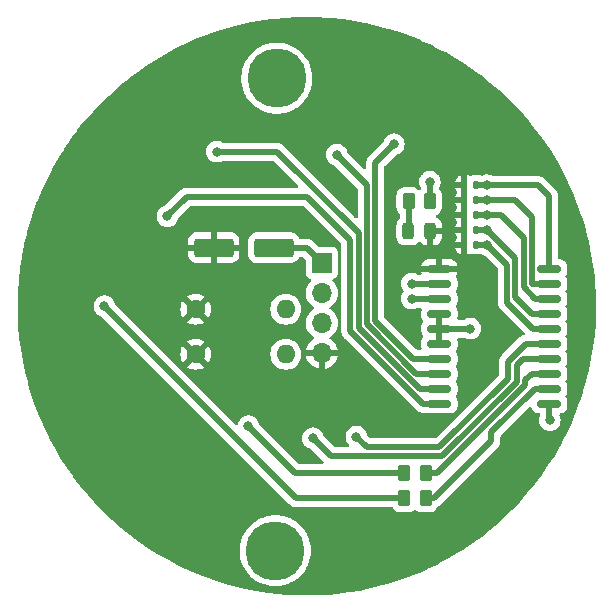
<source format=gbr>
%TF.GenerationSoftware,KiCad,Pcbnew,6.0.1*%
%TF.CreationDate,2022-02-27T14:03:46-05:00*%
%TF.ProjectId,jetta-dash,6a657474-612d-4646-9173-682e6b696361,rev?*%
%TF.SameCoordinates,Original*%
%TF.FileFunction,Copper,L2,Bot*%
%TF.FilePolarity,Positive*%
%FSLAX46Y46*%
G04 Gerber Fmt 4.6, Leading zero omitted, Abs format (unit mm)*
G04 Created by KiCad (PCBNEW 6.0.1) date 2022-02-27 14:03:46*
%MOMM*%
%LPD*%
G01*
G04 APERTURE LIST*
G04 Aperture macros list*
%AMRoundRect*
0 Rectangle with rounded corners*
0 $1 Rounding radius*
0 $2 $3 $4 $5 $6 $7 $8 $9 X,Y pos of 4 corners*
0 Add a 4 corners polygon primitive as box body*
4,1,4,$2,$3,$4,$5,$6,$7,$8,$9,$2,$3,0*
0 Add four circle primitives for the rounded corners*
1,1,$1+$1,$2,$3*
1,1,$1+$1,$4,$5*
1,1,$1+$1,$6,$7*
1,1,$1+$1,$8,$9*
0 Add four rect primitives between the rounded corners*
20,1,$1+$1,$2,$3,$4,$5,0*
20,1,$1+$1,$4,$5,$6,$7,0*
20,1,$1+$1,$6,$7,$8,$9,0*
20,1,$1+$1,$8,$9,$2,$3,0*%
G04 Aperture macros list end*
%TA.AperFunction,ComponentPad*%
%ADD10C,5.000000*%
%TD*%
%TA.AperFunction,SMDPad,CuDef*%
%ADD11RoundRect,0.250000X-0.262500X-0.450000X0.262500X-0.450000X0.262500X0.450000X-0.262500X0.450000X0*%
%TD*%
%TA.AperFunction,SMDPad,CuDef*%
%ADD12RoundRect,0.243750X-0.243750X-0.456250X0.243750X-0.456250X0.243750X0.456250X-0.243750X0.456250X0*%
%TD*%
%TA.AperFunction,SMDPad,CuDef*%
%ADD13RoundRect,0.135000X-0.135000X-0.185000X0.135000X-0.185000X0.135000X0.185000X-0.135000X0.185000X0*%
%TD*%
%TA.AperFunction,SMDPad,CuDef*%
%ADD14RoundRect,0.150000X0.875000X0.150000X-0.875000X0.150000X-0.875000X-0.150000X0.875000X-0.150000X0*%
%TD*%
%TA.AperFunction,ComponentPad*%
%ADD15R,1.700000X1.700000*%
%TD*%
%TA.AperFunction,ComponentPad*%
%ADD16O,1.700000X1.700000*%
%TD*%
%TA.AperFunction,ComponentPad*%
%ADD17C,1.600000*%
%TD*%
%TA.AperFunction,ComponentPad*%
%ADD18O,1.600000X1.600000*%
%TD*%
%TA.AperFunction,SMDPad,CuDef*%
%ADD19RoundRect,0.250000X-1.412500X-0.550000X1.412500X-0.550000X1.412500X0.550000X-1.412500X0.550000X0*%
%TD*%
%TA.AperFunction,ViaPad*%
%ADD20C,0.800000*%
%TD*%
%TA.AperFunction,Conductor*%
%ADD21C,0.500000*%
%TD*%
G04 APERTURE END LIST*
D10*
%TO.P,mount2,1*%
%TO.N,GND*%
X147193000Y-129921000D03*
%TD*%
%TO.P,mount1,1*%
%TO.N,N/C*%
X147320000Y-89916000D03*
%TD*%
D11*
%TO.P,R30,1*%
%TO.N,Net-(D30-Pad1)*%
X158472500Y-100330000D03*
%TO.P,R30,2*%
%TO.N,GND*%
X160297500Y-100330000D03*
%TD*%
D12*
%TO.P,D30,1,K*%
%TO.N,Net-(D30-Pad1)*%
X158447500Y-102870000D03*
%TO.P,D30,2,A*%
%TO.N,VCC_net*%
X160322500Y-102870000D03*
%TD*%
D13*
%TO.P,R4,1*%
%TO.N,VCC_net*%
X163193000Y-102743000D03*
%TO.P,R4,2*%
%TO.N,/addr3*%
X164213000Y-102743000D03*
%TD*%
%TO.P,R2,1*%
%TO.N,VCC_net*%
X163193000Y-100203000D03*
%TO.P,R2,2*%
%TO.N,/addr1*%
X164213000Y-100203000D03*
%TD*%
%TO.P,R3,1*%
%TO.N,VCC_net*%
X163193000Y-101473000D03*
%TO.P,R3,2*%
%TO.N,/addr2*%
X164213000Y-101473000D03*
%TD*%
%TO.P,R1,1*%
%TO.N,VCC_net*%
X163193000Y-98933000D03*
%TO.P,R1,2*%
%TO.N,/addr0*%
X164213000Y-98933000D03*
%TD*%
%TO.P,R5,1*%
%TO.N,VCC_net*%
X163193000Y-104013000D03*
%TO.P,R5,2*%
%TO.N,/addr4*%
X164213000Y-104013000D03*
%TD*%
D14*
%TO.P,U1,1,A0*%
%TO.N,/addr0*%
X170385000Y-106045000D03*
%TO.P,U1,2,A1*%
%TO.N,/addr1*%
X170385000Y-107315000D03*
%TO.P,U1,3,A2*%
%TO.N,/addr2*%
X170385000Y-108585000D03*
%TO.P,U1,4,A3*%
%TO.N,/addr3*%
X170385000Y-109855000D03*
%TO.P,U1,5,A4*%
%TO.N,/addr4*%
X170385000Y-111125000D03*
%TO.P,U1,6,LED0*%
%TO.N,Net-(R21-Pad2)*%
X170385000Y-112395000D03*
%TO.P,U1,7,LED1*%
%TO.N,Net-(R22-Pad2)*%
X170385000Y-113665000D03*
%TO.P,U1,8,LED2*%
%TO.N,Net-(R23-Pad2)*%
X170385000Y-114935000D03*
%TO.P,U1,9,LED3*%
%TO.N,Net-(R24-Pad2)*%
X170385000Y-116205000D03*
%TO.P,U1,10,VSS*%
%TO.N,GND*%
X170385000Y-117475000D03*
%TO.P,U1,11,LED4*%
%TO.N,Net-(R25-Pad2)*%
X161085000Y-117475000D03*
%TO.P,U1,12,LED5*%
%TO.N,Net-(R26-Pad2)*%
X161085000Y-116205000D03*
%TO.P,U1,13,LED6*%
%TO.N,Net-(R27-Pad2)*%
X161085000Y-114935000D03*
%TO.P,U1,14,LED7*%
%TO.N,Net-(R28-Pad2)*%
X161085000Y-113665000D03*
%TO.P,U1,15,~{OE}*%
%TO.N,GND*%
X161085000Y-112395000D03*
%TO.P,U1,16,A5*%
X161085000Y-111125000D03*
%TO.P,U1,17,A6*%
X161085000Y-109855000D03*
%TO.P,U1,18,SCL*%
%TO.N,/SCL*%
X161085000Y-108585000D03*
%TO.P,U1,19,SDA*%
%TO.N,/SDA*%
X161085000Y-107315000D03*
%TO.P,U1,20,VDD*%
%TO.N,VCC_net*%
X161085000Y-106045000D03*
%TD*%
D15*
%TO.P,J1,1,Pin_1*%
%TO.N,GND*%
X151130000Y-105547000D03*
D16*
%TO.P,J1,2,Pin_2*%
%TO.N,/SDA*%
X151130000Y-108087000D03*
%TO.P,J1,3,Pin_3*%
%TO.N,/SCL*%
X151130000Y-110627000D03*
%TO.P,J1,4,Pin_4*%
%TO.N,VCC_net*%
X151130000Y-113167000D03*
%TD*%
D17*
%TO.P,R31,1*%
%TO.N,VCC_net*%
X140462000Y-109474000D03*
D18*
%TO.P,R31,2*%
%TO.N,/SDA*%
X148082000Y-109474000D03*
%TD*%
D17*
%TO.P,R32,1*%
%TO.N,VCC_net*%
X140462000Y-113284000D03*
D18*
%TO.P,R32,2*%
%TO.N,/SCL*%
X148082000Y-113284000D03*
%TD*%
D11*
%TO.P,R23,1*%
%TO.N,Net-(D3-Pad1)*%
X158091500Y-123317000D03*
%TO.P,R23,2*%
%TO.N,Net-(R23-Pad2)*%
X159916500Y-123317000D03*
%TD*%
%TO.P,R24,1*%
%TO.N,Net-(D4-Pad1)*%
X158091500Y-125476000D03*
%TO.P,R24,2*%
%TO.N,Net-(R24-Pad2)*%
X159916500Y-125476000D03*
%TD*%
D19*
%TO.P,C10,1*%
%TO.N,VCC_net*%
X141988500Y-104267000D03*
%TO.P,C10,2*%
%TO.N,GND*%
X147063500Y-104267000D03*
%TD*%
D20*
%TO.N,GND*%
X160274000Y-98679000D03*
X170434000Y-118872000D03*
X163703000Y-111125000D03*
%TO.N,VCC_net*%
X151765000Y-132207000D03*
X139700000Y-129540000D03*
X131826000Y-119380000D03*
X127762000Y-109220000D03*
X130810000Y-99060000D03*
X139700000Y-89027000D03*
X152019000Y-86868000D03*
X164465000Y-92075000D03*
%TO.N,/addr0*%
X165135489Y-98970489D03*
%TO.N,/addr1*%
X165135489Y-100240489D03*
%TO.N,/addr2*%
X165135489Y-101510489D03*
%TO.N,/addr3*%
X165135489Y-102780489D03*
%TO.N,/addr4*%
X165135489Y-104050489D03*
%TO.N,/SDA*%
X158750000Y-107315000D03*
%TO.N,/SCL*%
X158750000Y-108585000D03*
%TO.N,Net-(R21-Pad2)*%
X154051000Y-120269000D03*
%TO.N,Net-(R22-Pad2)*%
X150368000Y-120396000D03*
%TO.N,Net-(R25-Pad2)*%
X138049000Y-101600000D03*
%TO.N,Net-(R26-Pad2)*%
X142240000Y-96139000D03*
%TO.N,Net-(R27-Pad2)*%
X152400000Y-96393000D03*
%TO.N,Net-(R28-Pad2)*%
X157226000Y-95504000D03*
%TO.N,Net-(D3-Pad1)*%
X144907000Y-119380000D03*
%TO.N,Net-(D4-Pad1)*%
X132715000Y-109220000D03*
%TD*%
D21*
%TO.N,Net-(R25-Pad2)*%
X161085000Y-117475000D02*
X159692460Y-117475000D01*
X159692460Y-117475000D02*
X153543000Y-111325540D01*
X153543000Y-111325540D02*
X153543000Y-103632000D01*
X153543000Y-103632000D02*
X149860000Y-99949000D01*
X149860000Y-99949000D02*
X139700000Y-99949000D01*
X139700000Y-99949000D02*
X138049000Y-101600000D01*
%TO.N,GND*%
X147063500Y-104267000D02*
X149850000Y-104267000D01*
X149850000Y-104267000D02*
X151130000Y-105547000D01*
%TO.N,Net-(D30-Pad1)*%
X158472500Y-100330000D02*
X158472500Y-102845000D01*
X158472500Y-102845000D02*
X158447500Y-102870000D01*
%TO.N,GND*%
X160274000Y-98679000D02*
X160274000Y-100306500D01*
X160274000Y-100306500D02*
X160297500Y-100330000D01*
X170385000Y-117475000D02*
X170385000Y-118823000D01*
X170385000Y-118823000D02*
X170434000Y-118872000D01*
X161085000Y-111125000D02*
X163703000Y-111125000D01*
X161085000Y-109855000D02*
X161085000Y-112395000D01*
%TO.N,Net-(R23-Pad2)*%
X159916500Y-123317000D02*
X160909000Y-123317000D01*
X168910000Y-114935000D02*
X170385000Y-114935000D01*
X160909000Y-123317000D02*
X168339519Y-115886481D01*
X168339519Y-115886481D02*
X168339519Y-115505481D01*
X168339519Y-115505481D02*
X168910000Y-114935000D01*
%TO.N,Net-(R24-Pad2)*%
X159916500Y-125476000D02*
X160655000Y-125476000D01*
X160655000Y-125476000D02*
X165481000Y-120650000D01*
X169164000Y-116205000D02*
X170385000Y-116205000D01*
X165481000Y-120650000D02*
X165481000Y-119888000D01*
X165481000Y-119888000D02*
X169164000Y-116205000D01*
%TO.N,Net-(R22-Pad2)*%
X170385000Y-113665000D02*
X168148000Y-113665000D01*
X168148000Y-113665000D02*
X167640000Y-114173000D01*
X167640000Y-114173000D02*
X167640000Y-115596730D01*
X161316730Y-121920000D02*
X151892000Y-121920000D01*
X167640000Y-115596730D02*
X161316730Y-121920000D01*
X151892000Y-121920000D02*
X150368000Y-120396000D01*
%TO.N,Net-(R21-Pad2)*%
X170385000Y-112395000D02*
X168402000Y-112395000D01*
X154940000Y-121158000D02*
X154051000Y-120269000D01*
X168402000Y-112395000D02*
X166878000Y-113919000D01*
X166878000Y-113919000D02*
X166878000Y-115369460D01*
X166878000Y-115369460D02*
X161089460Y-121158000D01*
X161089460Y-121158000D02*
X154940000Y-121158000D01*
%TO.N,/addr0*%
X164213000Y-98933000D02*
X165098000Y-98933000D01*
X165098000Y-98933000D02*
X165135489Y-98970489D01*
%TO.N,/addr1*%
X164213000Y-100203000D02*
X165098000Y-100203000D01*
X165098000Y-100203000D02*
X165135489Y-100240489D01*
%TO.N,/addr2*%
X164213000Y-101473000D02*
X165098000Y-101473000D01*
X165098000Y-101473000D02*
X165135489Y-101510489D01*
%TO.N,/addr3*%
X164213000Y-102743000D02*
X165098000Y-102743000D01*
X165098000Y-102743000D02*
X165135489Y-102780489D01*
%TO.N,/addr4*%
X164213000Y-104013000D02*
X165098000Y-104013000D01*
X165098000Y-104013000D02*
X165135489Y-104050489D01*
%TO.N,/addr0*%
X169455489Y-98970489D02*
X165135489Y-98970489D01*
X170385000Y-99900000D02*
X169455489Y-98970489D01*
X170385000Y-106045000D02*
X170385000Y-99900000D01*
%TO.N,/addr1*%
X168910000Y-107315000D02*
X170385000Y-107315000D01*
X168910000Y-101668609D02*
X168910000Y-107315000D01*
X167481880Y-100240489D02*
X168910000Y-101668609D01*
X165135489Y-100240489D02*
X167481880Y-100240489D01*
%TO.N,/addr2*%
X169190730Y-108585000D02*
X168210480Y-107604750D01*
X166280489Y-101510489D02*
X165135489Y-101510489D01*
X168210480Y-103440480D02*
X166280489Y-101510489D01*
X170385000Y-108585000D02*
X169190730Y-108585000D01*
X168210480Y-107604750D02*
X168210480Y-103440480D01*
%TO.N,/addr3*%
X167510960Y-105155960D02*
X165135489Y-102780489D01*
X170385000Y-109855000D02*
X168910000Y-109855000D01*
X168910000Y-109855000D02*
X167510961Y-108455961D01*
X167510961Y-108455961D02*
X167510960Y-105155960D01*
%TO.N,/addr4*%
X166811440Y-105726440D02*
X165135489Y-104050489D01*
X169013595Y-111125000D02*
X166811440Y-108922845D01*
X166811440Y-108922845D02*
X166811440Y-105726440D01*
X170385000Y-111125000D02*
X169013595Y-111125000D01*
%TO.N,/SDA*%
X161085000Y-107315000D02*
X158750000Y-107315000D01*
%TO.N,/SCL*%
X161085000Y-108585000D02*
X158750000Y-108585000D01*
%TO.N,Net-(R26-Pad2)*%
X147320000Y-96139000D02*
X142240000Y-96139000D01*
X161085000Y-116205000D02*
X159411730Y-116205000D01*
X154242520Y-103061520D02*
X147320000Y-96139000D01*
X159411730Y-116205000D02*
X154242520Y-111035790D01*
X154242520Y-111035790D02*
X154242520Y-103061520D01*
%TO.N,Net-(R27-Pad2)*%
X159131000Y-114935000D02*
X154942040Y-110746040D01*
X154942040Y-110746040D02*
X154942040Y-98935040D01*
X161085000Y-114935000D02*
X159131000Y-114935000D01*
X154942040Y-98935040D02*
X152400000Y-96393000D01*
%TO.N,Net-(R28-Pad2)*%
X155641560Y-97088440D02*
X157226000Y-95504000D01*
X158850270Y-113665000D02*
X155641560Y-110456290D01*
X155641560Y-110456290D02*
X155641560Y-97088440D01*
X161085000Y-113665000D02*
X158850270Y-113665000D01*
%TO.N,Net-(D3-Pad1)*%
X148844000Y-123317000D02*
X158091500Y-123317000D01*
X144907000Y-119380000D02*
X148844000Y-123317000D01*
%TO.N,Net-(D4-Pad1)*%
X148971000Y-125476000D02*
X132715000Y-109220000D01*
X158091500Y-125476000D02*
X148971000Y-125476000D01*
%TD*%
%TA.AperFunction,Conductor*%
%TO.N,VCC_net*%
G36*
X149990755Y-84728400D02*
G01*
X150460664Y-84740294D01*
X150968532Y-84753150D01*
X150973551Y-84753378D01*
X151409989Y-84781984D01*
X151949507Y-84817346D01*
X151954546Y-84817778D01*
X152927149Y-84920861D01*
X152932167Y-84921495D01*
X153460170Y-84998993D01*
X153899840Y-85063525D01*
X153904801Y-85064355D01*
X154268284Y-85132707D01*
X154866047Y-85245116D01*
X154870998Y-85246151D01*
X155824153Y-85465328D01*
X155829058Y-85466560D01*
X156772666Y-85723817D01*
X156777518Y-85725245D01*
X157710034Y-86020161D01*
X157714824Y-86021782D01*
X158383719Y-86263258D01*
X158634777Y-86353892D01*
X158639499Y-86355705D01*
X159545348Y-86724454D01*
X159549993Y-86726454D01*
X160440356Y-87131278D01*
X160444917Y-87133464D01*
X160823109Y-87324088D01*
X161318276Y-87573673D01*
X161322722Y-87576025D01*
X161615319Y-87738549D01*
X162177754Y-88050954D01*
X162182125Y-88053498D01*
X163017386Y-88562344D01*
X163021652Y-88565062D01*
X163835805Y-89107008D01*
X163839953Y-89109891D01*
X164421920Y-89531938D01*
X164631724Y-89684090D01*
X164635751Y-89687136D01*
X165403850Y-90292656D01*
X165407724Y-90295838D01*
X166148357Y-90929518D01*
X166150910Y-90931702D01*
X166154686Y-90935067D01*
X166871716Y-91600208D01*
X166875354Y-91603721D01*
X167565123Y-92297111D01*
X167568618Y-92300768D01*
X167990699Y-92760582D01*
X168123425Y-92905173D01*
X168230010Y-93021287D01*
X168233351Y-93025076D01*
X168699150Y-93575299D01*
X168865292Y-93771554D01*
X168868482Y-93775479D01*
X169469955Y-94546716D01*
X169472980Y-94550759D01*
X169535475Y-94637891D01*
X170043032Y-95345533D01*
X170045896Y-95349701D01*
X170583575Y-96166686D01*
X170586270Y-96170966D01*
X171090718Y-97008851D01*
X171093240Y-97013235D01*
X171563683Y-97870739D01*
X171566022Y-97875214D01*
X171969167Y-98685565D01*
X172001670Y-98750899D01*
X172003824Y-98755458D01*
X172172431Y-99131502D01*
X172403973Y-99647912D01*
X172405949Y-99652568D01*
X172769951Y-100560340D01*
X172771739Y-100565071D01*
X173093631Y-101471550D01*
X173099020Y-101486727D01*
X173100615Y-101491519D01*
X173132488Y-101594168D01*
X173390656Y-102425606D01*
X173392058Y-102430465D01*
X173475243Y-102742000D01*
X173607904Y-103238829D01*
X173644372Y-103375407D01*
X173645563Y-103380254D01*
X173859764Y-104334622D01*
X173860767Y-104339553D01*
X174036489Y-105301715D01*
X174037297Y-105306707D01*
X174174257Y-106275095D01*
X174174865Y-106280116D01*
X174223005Y-106758193D01*
X174257078Y-107096568D01*
X174272854Y-107253243D01*
X174273259Y-107258272D01*
X174331223Y-108219729D01*
X174332117Y-108234566D01*
X174332319Y-108239605D01*
X174351869Y-109213435D01*
X174351962Y-109218091D01*
X174351980Y-109221919D01*
X174349150Y-109492128D01*
X174346648Y-109730997D01*
X174346549Y-109734843D01*
X174339035Y-109917933D01*
X174306543Y-110709707D01*
X174306421Y-110712678D01*
X174306113Y-110717704D01*
X174236804Y-111569834D01*
X174226823Y-111692550D01*
X174226312Y-111697581D01*
X174107967Y-112668424D01*
X174107255Y-112673432D01*
X173950038Y-113638781D01*
X173949125Y-113643755D01*
X173753298Y-114601997D01*
X173752186Y-114606931D01*
X173518060Y-115556542D01*
X173516751Y-115561427D01*
X173268406Y-116419033D01*
X173244706Y-116500874D01*
X173243202Y-116505701D01*
X173057808Y-117061399D01*
X172933670Y-117433486D01*
X172931978Y-117438238D01*
X172836960Y-117689033D01*
X172585463Y-118352848D01*
X172583577Y-118357540D01*
X172200633Y-119257515D01*
X172198559Y-119262129D01*
X171779820Y-120145980D01*
X171777564Y-120150506D01*
X171645511Y-120402565D01*
X171359241Y-120948988D01*
X171323672Y-121016880D01*
X171321239Y-121021305D01*
X171180151Y-121266169D01*
X170832956Y-121868742D01*
X170830344Y-121873072D01*
X170308450Y-122700225D01*
X170305666Y-122704448D01*
X169750975Y-123510021D01*
X169748023Y-123514128D01*
X169161469Y-124296766D01*
X169158355Y-124300751D01*
X168540880Y-125059201D01*
X168537609Y-125063059D01*
X167890170Y-125796144D01*
X167886747Y-125799867D01*
X167210402Y-126506386D01*
X167206832Y-126509968D01*
X166502691Y-127188762D01*
X166498980Y-127192198D01*
X165768175Y-127842179D01*
X165764329Y-127845464D01*
X165008025Y-128465594D01*
X165004051Y-128468722D01*
X164427909Y-128903666D01*
X164223455Y-129058013D01*
X164219358Y-129060979D01*
X163415725Y-129618478D01*
X163411512Y-129621276D01*
X163083294Y-129829972D01*
X162586184Y-130146057D01*
X162581894Y-130148665D01*
X161736149Y-130639913D01*
X161731735Y-130642360D01*
X161061333Y-130996571D01*
X160866951Y-131099274D01*
X160862442Y-131101541D01*
X160048197Y-131490789D01*
X159980049Y-131523367D01*
X159975448Y-131525455D01*
X159410779Y-131768056D01*
X159076792Y-131911548D01*
X159072113Y-131913447D01*
X158258479Y-132224958D01*
X158158746Y-132263142D01*
X158153987Y-132264856D01*
X157227283Y-132577627D01*
X157222459Y-132579148D01*
X156283967Y-132854471D01*
X156279087Y-132855797D01*
X156251867Y-132862609D01*
X155330275Y-133093242D01*
X155325380Y-133094363D01*
X154893751Y-133184142D01*
X154367805Y-133293539D01*
X154362834Y-133294469D01*
X153398064Y-133455051D01*
X153393059Y-133455781D01*
X152422629Y-133577514D01*
X152417599Y-133578043D01*
X151730898Y-133636311D01*
X151443033Y-133660736D01*
X151437992Y-133661062D01*
X150460929Y-133704576D01*
X150455876Y-133704700D01*
X150118113Y-133706174D01*
X149477811Y-133708967D01*
X149472754Y-133708887D01*
X149427365Y-133707262D01*
X148495345Y-133673901D01*
X148490318Y-133673621D01*
X148070931Y-133641719D01*
X147515061Y-133599435D01*
X147510027Y-133598950D01*
X146538577Y-133485690D01*
X146533566Y-133485004D01*
X145567414Y-133332845D01*
X145562435Y-133331958D01*
X144603186Y-133141151D01*
X144598246Y-133140065D01*
X143647405Y-132910911D01*
X143642513Y-132909627D01*
X142701684Y-132642512D01*
X142696847Y-132641034D01*
X141767433Y-132336357D01*
X141762660Y-132334685D01*
X140846264Y-131992970D01*
X140841561Y-131991108D01*
X140189755Y-131717783D01*
X139939595Y-131612882D01*
X139934994Y-131610843D01*
X139048920Y-131196718D01*
X139044393Y-131194490D01*
X138175673Y-130745150D01*
X138171240Y-130742743D01*
X137321243Y-130258896D01*
X137316902Y-130256309D01*
X136765791Y-129912605D01*
X136627472Y-129826341D01*
X144180888Y-129826341D01*
X144180983Y-129829971D01*
X144180983Y-129829972D01*
X144189875Y-130169546D01*
X144189970Y-130173171D01*
X144238856Y-130516660D01*
X144326897Y-130852253D01*
X144452927Y-131175503D01*
X144454624Y-131178708D01*
X144588113Y-131430825D01*
X144615275Y-131482126D01*
X144617325Y-131485109D01*
X144617327Y-131485112D01*
X144809733Y-131765064D01*
X144809739Y-131765071D01*
X144811790Y-131768056D01*
X144814178Y-131770793D01*
X145007995Y-131992970D01*
X145039866Y-132029505D01*
X145042551Y-132031948D01*
X145252268Y-132222775D01*
X145296481Y-132263006D01*
X145578233Y-132465466D01*
X145881388Y-132634200D01*
X146201928Y-132766972D01*
X146205422Y-132767967D01*
X146205424Y-132767968D01*
X146532103Y-132861025D01*
X146532108Y-132861026D01*
X146535604Y-132862022D01*
X146732304Y-132894233D01*
X146874412Y-132917504D01*
X146874419Y-132917505D01*
X146877993Y-132918090D01*
X147051276Y-132926262D01*
X147220931Y-132934263D01*
X147220932Y-132934263D01*
X147224558Y-132934434D01*
X147233415Y-132933830D01*
X147567073Y-132911084D01*
X147567081Y-132911083D01*
X147570704Y-132910836D01*
X147574279Y-132910173D01*
X147574282Y-132910173D01*
X147908279Y-132848270D01*
X147908283Y-132848269D01*
X147911844Y-132847609D01*
X148243456Y-132745592D01*
X148561145Y-132606136D01*
X148805511Y-132463341D01*
X148857560Y-132432926D01*
X148857562Y-132432925D01*
X148860700Y-132431091D01*
X148989101Y-132334685D01*
X149135244Y-132224958D01*
X149135248Y-132224955D01*
X149138151Y-132222775D01*
X149389819Y-131983950D01*
X149612370Y-131717783D01*
X149681274Y-131612887D01*
X149761476Y-131490789D01*
X149802853Y-131427799D01*
X149931446Y-131172121D01*
X149957117Y-131121080D01*
X149957120Y-131121072D01*
X149958744Y-131117844D01*
X150077977Y-130792026D01*
X150078822Y-130788504D01*
X150078825Y-130788496D01*
X150158124Y-130458191D01*
X150158125Y-130458187D01*
X150158971Y-130454662D01*
X150182661Y-130258899D01*
X150200316Y-130113004D01*
X150200316Y-130112997D01*
X150200652Y-130110225D01*
X150206599Y-129921000D01*
X150206115Y-129912605D01*
X150186836Y-129578246D01*
X150186835Y-129578241D01*
X150186627Y-129574626D01*
X150126976Y-129232842D01*
X150112967Y-129185546D01*
X150076068Y-129060979D01*
X150028437Y-128900180D01*
X149892316Y-128581048D01*
X149842569Y-128493831D01*
X149722208Y-128282816D01*
X149720417Y-128279676D01*
X149515018Y-128000060D01*
X149499671Y-127983544D01*
X149281309Y-127748559D01*
X149278842Y-127745904D01*
X149015019Y-127520578D01*
X148727047Y-127327069D01*
X148418741Y-127167940D01*
X148094189Y-127045302D01*
X148090668Y-127044418D01*
X148090663Y-127044416D01*
X147929378Y-127003904D01*
X147757692Y-126960780D01*
X147735476Y-126957855D01*
X147417315Y-126915968D01*
X147417307Y-126915967D01*
X147413711Y-126915494D01*
X147269045Y-126913221D01*
X147070446Y-126910101D01*
X147070442Y-126910101D01*
X147066804Y-126910044D01*
X147063190Y-126910405D01*
X147063184Y-126910405D01*
X146819843Y-126934694D01*
X146721569Y-126944503D01*
X146382583Y-127018414D01*
X146379156Y-127019587D01*
X146379150Y-127019589D01*
X146300296Y-127046587D01*
X146054339Y-127130797D01*
X145741188Y-127280163D01*
X145447279Y-127464532D01*
X145444443Y-127466804D01*
X145444436Y-127466809D01*
X145200384Y-127662332D01*
X145176509Y-127681459D01*
X144932466Y-127928071D01*
X144930225Y-127930929D01*
X144873732Y-128002978D01*
X144718386Y-128201098D01*
X144716493Y-128204187D01*
X144716491Y-128204190D01*
X144670233Y-128279676D01*
X144537105Y-128496921D01*
X144535580Y-128500206D01*
X144535578Y-128500210D01*
X144496505Y-128584386D01*
X144391027Y-128811620D01*
X144282087Y-129141023D01*
X144281351Y-129144578D01*
X144281350Y-129144581D01*
X144273164Y-129184110D01*
X144211730Y-129480764D01*
X144180888Y-129826341D01*
X136627472Y-129826341D01*
X136486989Y-129738728D01*
X136482788Y-129735989D01*
X135674354Y-129185545D01*
X135670232Y-129182616D01*
X134884514Y-128600153D01*
X134880512Y-128597061D01*
X134118811Y-127983544D01*
X134114937Y-127980293D01*
X134055180Y-127928071D01*
X133378477Y-127336704D01*
X133374742Y-127333306D01*
X133370290Y-127329088D01*
X132689847Y-126684500D01*
X132664704Y-126660682D01*
X132661103Y-126657131D01*
X132135526Y-126117610D01*
X131978630Y-125956552D01*
X131975177Y-125952862D01*
X131836025Y-125798046D01*
X131321367Y-125225457D01*
X131318062Y-125221628D01*
X130693971Y-124468570D01*
X130690823Y-124464612D01*
X130097464Y-123687127D01*
X130094477Y-123683046D01*
X130060041Y-123633957D01*
X129532780Y-122882347D01*
X129529983Y-122878185D01*
X129000869Y-122055585D01*
X128998219Y-122051277D01*
X128502557Y-121208129D01*
X128500082Y-121203718D01*
X128499659Y-121202927D01*
X128038656Y-120341356D01*
X128036366Y-120336861D01*
X128006669Y-120275565D01*
X127609925Y-119456685D01*
X127607812Y-119452092D01*
X127598705Y-119431196D01*
X127498865Y-119202128D01*
X127217027Y-118555488D01*
X127215100Y-118550812D01*
X126860622Y-117639273D01*
X126858884Y-117634524D01*
X126541267Y-116709476D01*
X126539721Y-116704660D01*
X126259490Y-115767633D01*
X126258138Y-115762759D01*
X126230576Y-115655022D01*
X126015730Y-114815209D01*
X126014584Y-114810323D01*
X125810387Y-113853763D01*
X125809437Y-113848826D01*
X125808063Y-113840826D01*
X125643806Y-112884905D01*
X125643050Y-112879904D01*
X125516236Y-111910121D01*
X125515681Y-111905094D01*
X125427889Y-110931000D01*
X125427536Y-110925955D01*
X125378906Y-109949111D01*
X125378756Y-109944056D01*
X125373376Y-109383638D01*
X125371805Y-109220000D01*
X131801496Y-109220000D01*
X131802186Y-109226565D01*
X131820452Y-109400353D01*
X131821458Y-109409928D01*
X131880473Y-109591556D01*
X131883776Y-109597278D01*
X131883777Y-109597279D01*
X131889724Y-109607579D01*
X131975960Y-109756944D01*
X131980378Y-109761851D01*
X131980379Y-109761852D01*
X132056166Y-109846022D01*
X132103747Y-109898866D01*
X132169428Y-109946586D01*
X132225865Y-109987590D01*
X132258248Y-110011118D01*
X132264276Y-110013802D01*
X132264278Y-110013803D01*
X132426681Y-110086109D01*
X132432712Y-110088794D01*
X132439167Y-110090166D01*
X132439176Y-110090169D01*
X132495772Y-110102199D01*
X132558669Y-110136350D01*
X148387230Y-125964911D01*
X148399616Y-125979323D01*
X148408149Y-125990918D01*
X148408154Y-125990923D01*
X148412492Y-125996818D01*
X148418070Y-126001557D01*
X148418073Y-126001560D01*
X148452768Y-126031035D01*
X148460284Y-126037965D01*
X148465980Y-126043661D01*
X148468841Y-126045924D01*
X148468846Y-126045929D01*
X148488266Y-126061293D01*
X148491667Y-126064082D01*
X148547285Y-126111333D01*
X148553798Y-126114659D01*
X148558837Y-126118020D01*
X148563979Y-126121196D01*
X148569716Y-126125734D01*
X148635875Y-126156655D01*
X148639769Y-126158558D01*
X148704808Y-126191769D01*
X148711917Y-126193508D01*
X148717551Y-126195604D01*
X148723321Y-126197523D01*
X148729950Y-126200622D01*
X148737113Y-126202112D01*
X148737116Y-126202113D01*
X148787830Y-126212661D01*
X148801435Y-126215491D01*
X148805701Y-126216457D01*
X148876610Y-126233808D01*
X148882212Y-126234156D01*
X148882215Y-126234156D01*
X148887764Y-126234500D01*
X148887762Y-126234535D01*
X148891734Y-126234775D01*
X148895955Y-126235152D01*
X148903115Y-126236641D01*
X148980542Y-126234546D01*
X148983950Y-126234500D01*
X157057689Y-126234500D01*
X157125810Y-126254502D01*
X157164833Y-126294196D01*
X157230522Y-126400348D01*
X157355697Y-126525305D01*
X157361927Y-126529145D01*
X157361928Y-126529146D01*
X157499090Y-126613694D01*
X157506262Y-126618115D01*
X157586005Y-126644564D01*
X157667611Y-126671632D01*
X157667613Y-126671632D01*
X157674139Y-126673797D01*
X157680975Y-126674497D01*
X157680978Y-126674498D01*
X157724031Y-126678909D01*
X157778600Y-126684500D01*
X158404400Y-126684500D01*
X158407646Y-126684163D01*
X158407650Y-126684163D01*
X158503308Y-126674238D01*
X158503312Y-126674237D01*
X158510166Y-126673526D01*
X158516702Y-126671345D01*
X158516704Y-126671345D01*
X158648806Y-126627272D01*
X158677946Y-126617550D01*
X158828348Y-126524478D01*
X158914784Y-126437891D01*
X158977066Y-126403812D01*
X159047886Y-126408815D01*
X159092976Y-126437736D01*
X159180697Y-126525305D01*
X159186927Y-126529145D01*
X159186928Y-126529146D01*
X159324090Y-126613694D01*
X159331262Y-126618115D01*
X159411005Y-126644564D01*
X159492611Y-126671632D01*
X159492613Y-126671632D01*
X159499139Y-126673797D01*
X159505975Y-126674497D01*
X159505978Y-126674498D01*
X159549031Y-126678909D01*
X159603600Y-126684500D01*
X160229400Y-126684500D01*
X160232646Y-126684163D01*
X160232650Y-126684163D01*
X160328308Y-126674238D01*
X160328312Y-126674237D01*
X160335166Y-126673526D01*
X160341702Y-126671345D01*
X160341704Y-126671345D01*
X160473806Y-126627272D01*
X160502946Y-126617550D01*
X160653348Y-126524478D01*
X160671409Y-126506386D01*
X160773134Y-126404483D01*
X160778305Y-126399303D01*
X160871115Y-126248738D01*
X160872538Y-126244448D01*
X160918696Y-126192027D01*
X160947138Y-126178697D01*
X160972899Y-126170351D01*
X160979154Y-126166555D01*
X160984628Y-126164049D01*
X160990058Y-126161330D01*
X160996937Y-126158833D01*
X161003058Y-126154820D01*
X161057976Y-126118814D01*
X161061680Y-126116477D01*
X161124107Y-126078595D01*
X161132484Y-126071197D01*
X161132508Y-126071224D01*
X161135500Y-126068571D01*
X161138733Y-126065868D01*
X161144852Y-126061856D01*
X161198128Y-126005617D01*
X161200506Y-126003175D01*
X165969911Y-121233770D01*
X165984323Y-121221384D01*
X165995918Y-121212851D01*
X165995923Y-121212846D01*
X166001818Y-121208508D01*
X166006557Y-121202930D01*
X166006560Y-121202927D01*
X166036035Y-121168232D01*
X166042965Y-121160716D01*
X166048661Y-121155020D01*
X166050924Y-121152159D01*
X166050929Y-121152154D01*
X166066285Y-121132744D01*
X166069074Y-121129342D01*
X166111596Y-121079291D01*
X166111597Y-121079290D01*
X166116333Y-121073715D01*
X166119661Y-121067198D01*
X166123027Y-121062150D01*
X166126190Y-121057028D01*
X166130735Y-121051284D01*
X166161664Y-120985105D01*
X166163563Y-120981221D01*
X166196769Y-120916192D01*
X166198510Y-120909077D01*
X166200613Y-120903422D01*
X166202522Y-120897683D01*
X166205622Y-120891050D01*
X166220491Y-120819565D01*
X166221461Y-120815282D01*
X166237473Y-120749844D01*
X166238808Y-120744390D01*
X166239500Y-120733236D01*
X166239535Y-120733238D01*
X166239775Y-120729266D01*
X166240152Y-120725045D01*
X166241641Y-120717885D01*
X166239546Y-120640458D01*
X166239500Y-120637050D01*
X166239500Y-120254371D01*
X166259502Y-120186250D01*
X166276405Y-120165276D01*
X168671911Y-117769770D01*
X168734223Y-117735744D01*
X168805038Y-117740809D01*
X168861874Y-117783356D01*
X168882003Y-117823712D01*
X168900855Y-117888601D01*
X168904892Y-117895427D01*
X168981509Y-118024980D01*
X168981511Y-118024983D01*
X168985547Y-118031807D01*
X169103193Y-118149453D01*
X169110017Y-118153489D01*
X169110020Y-118153491D01*
X169167425Y-118187440D01*
X169246399Y-118234145D01*
X169254010Y-118236356D01*
X169254012Y-118236357D01*
X169261399Y-118238503D01*
X169406169Y-118280562D01*
X169412574Y-118281066D01*
X169412579Y-118281067D01*
X169441042Y-118283307D01*
X169441050Y-118283307D01*
X169443498Y-118283500D01*
X169500500Y-118283500D01*
X169568621Y-118303502D01*
X169615114Y-118357158D01*
X169626500Y-118409500D01*
X169626500Y-118419871D01*
X169609620Y-118482870D01*
X169599473Y-118500444D01*
X169540458Y-118682072D01*
X169539768Y-118688633D01*
X169539768Y-118688635D01*
X169537938Y-118706045D01*
X169520496Y-118872000D01*
X169540458Y-119061928D01*
X169599473Y-119243556D01*
X169694960Y-119408944D01*
X169699378Y-119413851D01*
X169699379Y-119413852D01*
X169735889Y-119454400D01*
X169822747Y-119550866D01*
X169977248Y-119663118D01*
X169983276Y-119665802D01*
X169983278Y-119665803D01*
X170121062Y-119727148D01*
X170151712Y-119740794D01*
X170245113Y-119760647D01*
X170332056Y-119779128D01*
X170332061Y-119779128D01*
X170338513Y-119780500D01*
X170529487Y-119780500D01*
X170535939Y-119779128D01*
X170535944Y-119779128D01*
X170622887Y-119760647D01*
X170716288Y-119740794D01*
X170746938Y-119727148D01*
X170884722Y-119665803D01*
X170884724Y-119665802D01*
X170890752Y-119663118D01*
X171045253Y-119550866D01*
X171132111Y-119454400D01*
X171168621Y-119413852D01*
X171168622Y-119413851D01*
X171173040Y-119408944D01*
X171268527Y-119243556D01*
X171327542Y-119061928D01*
X171347504Y-118872000D01*
X171330062Y-118706045D01*
X171328232Y-118688635D01*
X171328232Y-118688633D01*
X171327542Y-118682072D01*
X171268527Y-118500444D01*
X171251087Y-118470237D01*
X171234349Y-118401242D01*
X171257569Y-118334150D01*
X171313377Y-118290263D01*
X171350322Y-118281625D01*
X171352239Y-118281474D01*
X171357420Y-118281067D01*
X171357424Y-118281066D01*
X171363831Y-118280562D01*
X171508601Y-118238503D01*
X171515988Y-118236357D01*
X171515990Y-118236356D01*
X171523601Y-118234145D01*
X171602575Y-118187440D01*
X171659980Y-118153491D01*
X171659983Y-118153489D01*
X171666807Y-118149453D01*
X171784453Y-118031807D01*
X171788489Y-118024983D01*
X171788491Y-118024980D01*
X171865108Y-117895427D01*
X171869145Y-117888601D01*
X171915562Y-117728831D01*
X171918500Y-117691502D01*
X171918500Y-117258498D01*
X171915562Y-117221169D01*
X171869145Y-117061399D01*
X171784453Y-116918193D01*
X171781771Y-116915511D01*
X171756498Y-116851139D01*
X171770400Y-116781516D01*
X171780572Y-116765688D01*
X171784453Y-116761807D01*
X171869145Y-116618601D01*
X171915562Y-116458831D01*
X171918500Y-116421502D01*
X171918500Y-115988498D01*
X171915562Y-115951169D01*
X171869145Y-115791399D01*
X171784453Y-115648193D01*
X171781771Y-115645511D01*
X171756498Y-115581139D01*
X171770400Y-115511516D01*
X171780572Y-115495688D01*
X171784453Y-115491807D01*
X171869145Y-115348601D01*
X171915562Y-115188831D01*
X171918500Y-115151502D01*
X171918500Y-114718498D01*
X171915562Y-114681169D01*
X171869145Y-114521399D01*
X171784453Y-114378193D01*
X171781771Y-114375511D01*
X171756498Y-114311139D01*
X171770400Y-114241516D01*
X171780572Y-114225688D01*
X171784453Y-114221807D01*
X171869145Y-114078601D01*
X171915562Y-113918831D01*
X171918500Y-113881502D01*
X171918500Y-113448498D01*
X171917762Y-113439115D01*
X171916067Y-113417579D01*
X171916066Y-113417574D01*
X171915562Y-113411169D01*
X171869145Y-113251399D01*
X171784453Y-113108193D01*
X171781771Y-113105511D01*
X171756498Y-113041139D01*
X171770400Y-112971516D01*
X171780572Y-112955688D01*
X171784453Y-112951807D01*
X171869145Y-112808601D01*
X171915562Y-112648831D01*
X171916849Y-112632489D01*
X171918307Y-112613958D01*
X171918307Y-112613950D01*
X171918500Y-112611502D01*
X171918500Y-112178498D01*
X171916395Y-112151748D01*
X171916067Y-112147579D01*
X171916066Y-112147574D01*
X171915562Y-112141169D01*
X171883125Y-112029520D01*
X171871357Y-111989012D01*
X171871356Y-111989010D01*
X171869145Y-111981399D01*
X171784453Y-111838193D01*
X171781771Y-111835511D01*
X171756498Y-111771139D01*
X171770400Y-111701516D01*
X171780572Y-111685688D01*
X171784453Y-111681807D01*
X171869145Y-111538601D01*
X171876253Y-111514137D01*
X171898956Y-111435990D01*
X171915562Y-111378831D01*
X171916271Y-111369833D01*
X171918307Y-111343958D01*
X171918307Y-111343950D01*
X171918500Y-111341502D01*
X171918500Y-110908498D01*
X171915562Y-110871169D01*
X171881360Y-110753444D01*
X171871357Y-110719012D01*
X171871356Y-110719010D01*
X171869145Y-110711399D01*
X171784453Y-110568193D01*
X171781771Y-110565511D01*
X171756498Y-110501139D01*
X171770400Y-110431516D01*
X171780572Y-110415688D01*
X171784453Y-110411807D01*
X171869145Y-110268601D01*
X171915562Y-110108831D01*
X171917051Y-110089919D01*
X171918307Y-110073958D01*
X171918307Y-110073950D01*
X171918500Y-110071502D01*
X171918500Y-109638498D01*
X171918136Y-109633870D01*
X171916067Y-109607579D01*
X171916066Y-109607574D01*
X171915562Y-109601169D01*
X171878473Y-109473507D01*
X171871357Y-109449012D01*
X171871356Y-109449010D01*
X171869145Y-109441399D01*
X171784453Y-109298193D01*
X171781771Y-109295511D01*
X171756498Y-109231139D01*
X171770400Y-109161516D01*
X171780572Y-109145688D01*
X171784453Y-109141807D01*
X171869145Y-108998601D01*
X171876253Y-108974137D01*
X171896777Y-108903489D01*
X171915562Y-108838831D01*
X171916849Y-108822489D01*
X171918307Y-108803958D01*
X171918307Y-108803950D01*
X171918500Y-108801502D01*
X171918500Y-108368498D01*
X171918307Y-108366042D01*
X171916067Y-108337579D01*
X171916066Y-108337574D01*
X171915562Y-108331169D01*
X171881360Y-108213444D01*
X171871357Y-108179012D01*
X171871356Y-108179010D01*
X171869145Y-108171399D01*
X171784453Y-108028193D01*
X171781771Y-108025511D01*
X171756498Y-107961139D01*
X171770400Y-107891516D01*
X171780572Y-107875688D01*
X171784453Y-107871807D01*
X171869145Y-107728601D01*
X171879698Y-107692279D01*
X171900319Y-107621297D01*
X171915562Y-107568831D01*
X171918500Y-107531502D01*
X171918500Y-107098498D01*
X171918106Y-107093488D01*
X171916067Y-107067579D01*
X171916066Y-107067574D01*
X171915562Y-107061169D01*
X171881360Y-106943444D01*
X171871357Y-106909012D01*
X171871356Y-106909010D01*
X171869145Y-106901399D01*
X171784453Y-106758193D01*
X171781771Y-106755511D01*
X171756498Y-106691139D01*
X171770400Y-106621516D01*
X171780572Y-106605688D01*
X171784453Y-106601807D01*
X171869145Y-106458601D01*
X171871415Y-106450790D01*
X171913767Y-106305008D01*
X171915562Y-106298831D01*
X171917233Y-106277609D01*
X171918307Y-106263958D01*
X171918307Y-106263950D01*
X171918500Y-106261502D01*
X171918500Y-105828498D01*
X171915562Y-105791169D01*
X171886528Y-105691231D01*
X171871357Y-105639012D01*
X171871356Y-105639010D01*
X171869145Y-105631399D01*
X171830171Y-105565498D01*
X171788491Y-105495020D01*
X171788489Y-105495017D01*
X171784453Y-105488193D01*
X171666807Y-105370547D01*
X171659983Y-105366511D01*
X171659980Y-105366509D01*
X171530427Y-105289892D01*
X171530428Y-105289892D01*
X171523601Y-105285855D01*
X171515990Y-105283644D01*
X171515988Y-105283643D01*
X171463769Y-105268472D01*
X171363831Y-105239438D01*
X171357426Y-105238934D01*
X171357421Y-105238933D01*
X171328958Y-105236693D01*
X171328950Y-105236693D01*
X171326502Y-105236500D01*
X171269500Y-105236500D01*
X171201379Y-105216498D01*
X171154886Y-105162842D01*
X171143500Y-105110500D01*
X171143500Y-99967070D01*
X171144933Y-99948120D01*
X171147099Y-99933885D01*
X171147099Y-99933881D01*
X171148199Y-99926651D01*
X171146874Y-99910353D01*
X171143915Y-99873982D01*
X171143500Y-99863767D01*
X171143500Y-99855707D01*
X171140837Y-99832866D01*
X171140211Y-99827493D01*
X171139778Y-99823118D01*
X171134454Y-99757661D01*
X171134453Y-99757658D01*
X171133860Y-99750363D01*
X171131604Y-99743399D01*
X171130413Y-99737440D01*
X171129029Y-99731585D01*
X171128182Y-99724319D01*
X171103265Y-99655673D01*
X171101848Y-99651545D01*
X171081607Y-99589064D01*
X171081606Y-99589062D01*
X171079351Y-99582101D01*
X171075555Y-99575846D01*
X171073049Y-99570372D01*
X171070330Y-99564942D01*
X171067833Y-99558063D01*
X171039954Y-99515541D01*
X171027814Y-99497024D01*
X171025467Y-99493305D01*
X170987595Y-99430893D01*
X170980197Y-99422516D01*
X170980224Y-99422492D01*
X170977571Y-99419500D01*
X170974868Y-99416267D01*
X170970856Y-99410148D01*
X170914617Y-99356872D01*
X170912175Y-99354494D01*
X170039259Y-98481578D01*
X170026873Y-98467166D01*
X170018340Y-98455571D01*
X170018335Y-98455566D01*
X170013997Y-98449671D01*
X170008419Y-98444932D01*
X170008416Y-98444929D01*
X169973721Y-98415454D01*
X169966205Y-98408524D01*
X169960510Y-98402829D01*
X169954369Y-98397971D01*
X169938238Y-98385208D01*
X169934834Y-98382417D01*
X169884786Y-98339898D01*
X169884784Y-98339897D01*
X169879204Y-98335156D01*
X169872688Y-98331828D01*
X169867639Y-98328461D01*
X169862510Y-98325294D01*
X169856773Y-98320755D01*
X169790614Y-98289834D01*
X169786714Y-98287928D01*
X169721681Y-98254720D01*
X169714573Y-98252981D01*
X169708930Y-98250882D01*
X169703167Y-98248965D01*
X169696539Y-98245867D01*
X169625072Y-98231002D01*
X169620788Y-98230032D01*
X169549879Y-98212681D01*
X169544277Y-98212333D01*
X169544274Y-98212333D01*
X169538725Y-98211989D01*
X169538727Y-98211953D01*
X169534734Y-98211714D01*
X169530542Y-98211340D01*
X169523374Y-98209849D01*
X169457164Y-98211640D01*
X169445968Y-98211943D01*
X169442561Y-98211989D01*
X165678076Y-98211989D01*
X165604017Y-98187926D01*
X165597587Y-98183254D01*
X165597580Y-98183250D01*
X165592241Y-98179371D01*
X165586213Y-98176687D01*
X165586211Y-98176686D01*
X165423808Y-98104380D01*
X165423807Y-98104380D01*
X165417777Y-98101695D01*
X165324377Y-98081842D01*
X165237433Y-98063361D01*
X165237428Y-98063361D01*
X165230976Y-98061989D01*
X165040002Y-98061989D01*
X165033550Y-98063361D01*
X165033545Y-98063361D01*
X164894829Y-98092847D01*
X164853201Y-98101695D01*
X164847168Y-98104381D01*
X164847165Y-98104382D01*
X164722119Y-98160056D01*
X164651752Y-98169490D01*
X164620399Y-98158289D01*
X164619695Y-98159915D01*
X164612420Y-98156767D01*
X164605596Y-98152731D01*
X164597985Y-98150520D01*
X164597983Y-98150519D01*
X164455644Y-98109166D01*
X164455645Y-98109166D01*
X164449466Y-98107371D01*
X164443059Y-98106867D01*
X164443055Y-98106866D01*
X164415444Y-98104693D01*
X164415438Y-98104693D01*
X164412989Y-98104500D01*
X164213122Y-98104500D01*
X164013012Y-98104501D01*
X163976534Y-98107371D01*
X163879730Y-98135495D01*
X163828017Y-98150519D01*
X163828015Y-98150520D01*
X163820404Y-98152731D01*
X163766647Y-98184523D01*
X163697834Y-98201982D01*
X163638370Y-98184522D01*
X163592220Y-98157229D01*
X163577783Y-98150981D01*
X163464395Y-98118039D01*
X163450295Y-98118079D01*
X163447000Y-98125349D01*
X163447000Y-98595458D01*
X163441997Y-98630610D01*
X163439166Y-98640353D01*
X163439165Y-98640360D01*
X163437371Y-98646534D01*
X163436867Y-98652941D01*
X163436866Y-98652945D01*
X163434693Y-98680556D01*
X163434500Y-98683011D01*
X163434501Y-99182988D01*
X163437371Y-99219466D01*
X163439167Y-99225648D01*
X163439168Y-99225653D01*
X163441997Y-99235390D01*
X163447000Y-99270542D01*
X163447000Y-99865458D01*
X163441997Y-99900610D01*
X163439166Y-99910353D01*
X163439165Y-99910360D01*
X163437371Y-99916534D01*
X163436867Y-99922941D01*
X163436866Y-99922945D01*
X163434693Y-99950556D01*
X163434500Y-99953011D01*
X163434501Y-100452988D01*
X163437371Y-100489466D01*
X163439167Y-100495648D01*
X163439168Y-100495653D01*
X163441997Y-100505390D01*
X163447000Y-100540542D01*
X163447000Y-101135458D01*
X163441997Y-101170610D01*
X163439166Y-101180353D01*
X163439165Y-101180360D01*
X163437371Y-101186534D01*
X163436867Y-101192941D01*
X163436866Y-101192945D01*
X163434693Y-101220556D01*
X163434500Y-101223011D01*
X163434501Y-101722988D01*
X163437371Y-101759466D01*
X163439167Y-101765648D01*
X163439168Y-101765653D01*
X163441997Y-101775390D01*
X163447000Y-101810542D01*
X163447000Y-102405458D01*
X163441997Y-102440610D01*
X163439166Y-102450353D01*
X163439165Y-102450360D01*
X163437371Y-102456534D01*
X163436867Y-102462941D01*
X163436866Y-102462945D01*
X163434693Y-102490556D01*
X163434500Y-102493011D01*
X163434501Y-102992988D01*
X163437371Y-103029466D01*
X163439167Y-103035648D01*
X163439168Y-103035653D01*
X163441997Y-103045390D01*
X163447000Y-103080542D01*
X163447000Y-103675458D01*
X163441997Y-103710610D01*
X163439166Y-103720353D01*
X163439165Y-103720360D01*
X163437371Y-103726534D01*
X163436867Y-103732941D01*
X163436866Y-103732945D01*
X163434693Y-103760556D01*
X163434500Y-103763011D01*
X163434501Y-104262988D01*
X163437371Y-104299466D01*
X163439167Y-104305648D01*
X163439168Y-104305653D01*
X163441997Y-104315390D01*
X163447000Y-104350542D01*
X163447000Y-104814900D01*
X163450973Y-104828431D01*
X163458871Y-104829566D01*
X163577783Y-104795019D01*
X163592220Y-104788771D01*
X163638370Y-104761478D01*
X163707187Y-104744018D01*
X163766646Y-104761477D01*
X163820404Y-104793269D01*
X163828015Y-104795480D01*
X163828017Y-104795481D01*
X163875655Y-104809321D01*
X163976534Y-104838629D01*
X163982941Y-104839133D01*
X163982945Y-104839134D01*
X164010556Y-104841307D01*
X164010562Y-104841307D01*
X164013011Y-104841500D01*
X164212878Y-104841500D01*
X164412988Y-104841499D01*
X164449466Y-104838629D01*
X164551043Y-104809118D01*
X164622038Y-104809321D01*
X164660255Y-104828179D01*
X164678737Y-104841607D01*
X164684765Y-104844291D01*
X164684767Y-104844292D01*
X164847170Y-104916598D01*
X164853201Y-104919283D01*
X164859656Y-104920655D01*
X164859665Y-104920658D01*
X164916261Y-104932688D01*
X164979158Y-104966839D01*
X166016035Y-106003716D01*
X166050061Y-106066028D01*
X166052940Y-106092811D01*
X166052940Y-108855775D01*
X166051507Y-108874725D01*
X166049535Y-108887689D01*
X166048241Y-108896194D01*
X166048834Y-108903486D01*
X166048834Y-108903489D01*
X166052525Y-108948863D01*
X166052940Y-108959078D01*
X166052940Y-108967138D01*
X166053365Y-108970782D01*
X166056229Y-108995352D01*
X166056662Y-108999727D01*
X166061910Y-109064240D01*
X166062580Y-109072482D01*
X166064836Y-109079446D01*
X166066027Y-109085405D01*
X166067411Y-109091260D01*
X166068258Y-109098526D01*
X166093175Y-109167172D01*
X166094592Y-109171300D01*
X166112496Y-109226565D01*
X166117089Y-109240744D01*
X166120885Y-109246999D01*
X166123391Y-109252473D01*
X166126110Y-109257903D01*
X166128607Y-109264782D01*
X166132620Y-109270902D01*
X166132620Y-109270903D01*
X166168626Y-109325821D01*
X166170963Y-109329525D01*
X166208845Y-109391952D01*
X166212561Y-109396160D01*
X166212562Y-109396161D01*
X166216243Y-109400329D01*
X166216216Y-109400353D01*
X166218869Y-109403345D01*
X166221572Y-109406578D01*
X166225584Y-109412697D01*
X166230896Y-109417729D01*
X166281823Y-109465973D01*
X166284265Y-109468351D01*
X168263454Y-111447540D01*
X168297480Y-111509852D01*
X168292415Y-111580667D01*
X168249868Y-111637503D01*
X168217352Y-111655073D01*
X168157691Y-111676729D01*
X168153545Y-111678152D01*
X168091064Y-111698393D01*
X168091062Y-111698394D01*
X168084101Y-111700649D01*
X168077846Y-111704445D01*
X168072372Y-111706951D01*
X168066942Y-111709670D01*
X168060063Y-111712167D01*
X167999016Y-111752191D01*
X167995327Y-111754518D01*
X167986294Y-111760000D01*
X167937693Y-111789491D01*
X167937688Y-111789495D01*
X167932892Y-111792405D01*
X167924516Y-111799803D01*
X167924493Y-111799777D01*
X167921503Y-111802426D01*
X167918264Y-111805134D01*
X167912148Y-111809144D01*
X167907121Y-111814451D01*
X167907117Y-111814454D01*
X167858872Y-111865383D01*
X167856494Y-111867825D01*
X166389089Y-113335230D01*
X166374677Y-113347616D01*
X166363082Y-113356149D01*
X166363077Y-113356154D01*
X166357182Y-113360492D01*
X166352443Y-113366070D01*
X166352440Y-113366073D01*
X166322965Y-113400768D01*
X166316035Y-113408284D01*
X166310340Y-113413979D01*
X166308060Y-113416861D01*
X166292719Y-113436251D01*
X166289928Y-113439655D01*
X166247409Y-113489703D01*
X166242667Y-113495285D01*
X166239339Y-113501801D01*
X166235972Y-113506850D01*
X166232805Y-113511979D01*
X166228266Y-113517716D01*
X166197345Y-113583875D01*
X166195442Y-113587769D01*
X166162231Y-113652808D01*
X166160492Y-113659916D01*
X166158393Y-113665559D01*
X166156476Y-113671322D01*
X166153378Y-113677950D01*
X166151888Y-113685112D01*
X166151888Y-113685113D01*
X166138514Y-113749412D01*
X166137544Y-113753696D01*
X166120192Y-113824610D01*
X166119500Y-113835764D01*
X166119464Y-113835762D01*
X166119225Y-113839755D01*
X166118851Y-113843947D01*
X166117360Y-113851115D01*
X166119018Y-113912421D01*
X166119454Y-113928521D01*
X166119500Y-113931928D01*
X166119500Y-115003089D01*
X166099498Y-115071210D01*
X166082595Y-115092184D01*
X160812184Y-120362595D01*
X160749872Y-120396621D01*
X160723089Y-120399500D01*
X155306371Y-120399500D01*
X155238250Y-120379498D01*
X155217276Y-120362595D01*
X154971125Y-120116444D01*
X154940387Y-120066285D01*
X154924933Y-120018721D01*
X154885527Y-119897444D01*
X154790040Y-119732056D01*
X154662253Y-119590134D01*
X154563157Y-119518136D01*
X154513094Y-119481763D01*
X154513093Y-119481762D01*
X154507752Y-119477882D01*
X154501724Y-119475198D01*
X154501722Y-119475197D01*
X154339319Y-119402891D01*
X154339318Y-119402891D01*
X154333288Y-119400206D01*
X154238227Y-119380000D01*
X154152944Y-119361872D01*
X154152939Y-119361872D01*
X154146487Y-119360500D01*
X153955513Y-119360500D01*
X153949061Y-119361872D01*
X153949056Y-119361872D01*
X153863773Y-119380000D01*
X153768712Y-119400206D01*
X153762682Y-119402891D01*
X153762681Y-119402891D01*
X153600278Y-119475197D01*
X153600276Y-119475198D01*
X153594248Y-119477882D01*
X153588907Y-119481762D01*
X153588906Y-119481763D01*
X153538843Y-119518136D01*
X153439747Y-119590134D01*
X153311960Y-119732056D01*
X153216473Y-119897444D01*
X153157458Y-120079072D01*
X153137496Y-120269000D01*
X153157458Y-120458928D01*
X153216473Y-120640556D01*
X153311960Y-120805944D01*
X153316378Y-120810851D01*
X153316379Y-120810852D01*
X153439747Y-120947866D01*
X153438501Y-120948988D01*
X153471352Y-121002305D01*
X153470003Y-121073288D01*
X153430492Y-121132275D01*
X153365362Y-121160536D01*
X153349803Y-121161500D01*
X152258371Y-121161500D01*
X152190250Y-121141498D01*
X152169276Y-121124595D01*
X151288125Y-120243444D01*
X151257387Y-120193285D01*
X151204569Y-120030729D01*
X151202527Y-120024444D01*
X151107040Y-119859056D01*
X151090367Y-119840538D01*
X150983675Y-119722045D01*
X150983674Y-119722044D01*
X150979253Y-119717134D01*
X150824752Y-119604882D01*
X150818724Y-119602198D01*
X150818722Y-119602197D01*
X150656319Y-119529891D01*
X150656318Y-119529891D01*
X150650288Y-119527206D01*
X150556887Y-119507353D01*
X150469944Y-119488872D01*
X150469939Y-119488872D01*
X150463487Y-119487500D01*
X150272513Y-119487500D01*
X150266061Y-119488872D01*
X150266056Y-119488872D01*
X150179113Y-119507353D01*
X150085712Y-119527206D01*
X150079682Y-119529891D01*
X150079681Y-119529891D01*
X149917278Y-119602197D01*
X149917276Y-119602198D01*
X149911248Y-119604882D01*
X149756747Y-119717134D01*
X149752326Y-119722044D01*
X149752325Y-119722045D01*
X149645634Y-119840538D01*
X149628960Y-119859056D01*
X149533473Y-120024444D01*
X149474458Y-120206072D01*
X149473768Y-120212633D01*
X149473768Y-120212635D01*
X149468534Y-120262435D01*
X149454496Y-120396000D01*
X149474458Y-120585928D01*
X149533473Y-120767556D01*
X149628960Y-120932944D01*
X149633378Y-120937851D01*
X149633379Y-120937852D01*
X149735514Y-121051284D01*
X149756747Y-121074866D01*
X149911248Y-121187118D01*
X149917276Y-121189802D01*
X149917278Y-121189803D01*
X150079681Y-121262109D01*
X150085712Y-121264794D01*
X150092167Y-121266166D01*
X150092176Y-121266169D01*
X150148772Y-121278199D01*
X150211669Y-121312350D01*
X151242724Y-122343405D01*
X151276750Y-122405717D01*
X151271685Y-122476532D01*
X151229138Y-122533368D01*
X151162618Y-122558179D01*
X151153629Y-122558500D01*
X149210371Y-122558500D01*
X149142250Y-122538498D01*
X149121276Y-122521595D01*
X145827125Y-119227444D01*
X145796387Y-119177285D01*
X145743569Y-119014729D01*
X145743568Y-119014726D01*
X145741527Y-119008444D01*
X145646040Y-118843056D01*
X145518253Y-118701134D01*
X145363752Y-118588882D01*
X145357724Y-118586198D01*
X145357722Y-118586197D01*
X145195319Y-118513891D01*
X145195318Y-118513891D01*
X145189288Y-118511206D01*
X145095887Y-118491353D01*
X145008944Y-118472872D01*
X145008939Y-118472872D01*
X145002487Y-118471500D01*
X144811513Y-118471500D01*
X144805061Y-118472872D01*
X144805056Y-118472872D01*
X144718113Y-118491353D01*
X144624712Y-118511206D01*
X144618682Y-118513891D01*
X144618681Y-118513891D01*
X144456278Y-118586197D01*
X144456276Y-118586198D01*
X144450248Y-118588882D01*
X144295747Y-118701134D01*
X144167960Y-118843056D01*
X144072473Y-119008444D01*
X144070432Y-119014726D01*
X144014287Y-119187520D01*
X143974213Y-119246125D01*
X143908816Y-119273762D01*
X143838860Y-119261655D01*
X143805359Y-119237678D01*
X138937743Y-114370062D01*
X139740493Y-114370062D01*
X139749789Y-114382077D01*
X139800994Y-114417931D01*
X139810489Y-114423414D01*
X140007947Y-114515490D01*
X140018239Y-114519236D01*
X140228688Y-114575625D01*
X140239481Y-114577528D01*
X140456525Y-114596517D01*
X140467475Y-114596517D01*
X140684519Y-114577528D01*
X140695312Y-114575625D01*
X140905761Y-114519236D01*
X140916053Y-114515490D01*
X141113511Y-114423414D01*
X141123006Y-114417931D01*
X141175048Y-114381491D01*
X141183424Y-114371012D01*
X141176356Y-114357566D01*
X140474812Y-113656022D01*
X140460868Y-113648408D01*
X140459035Y-113648539D01*
X140452420Y-113652790D01*
X139746923Y-114358287D01*
X139740493Y-114370062D01*
X138937743Y-114370062D01*
X137857156Y-113289475D01*
X139149483Y-113289475D01*
X139168472Y-113506519D01*
X139170375Y-113517312D01*
X139226764Y-113727761D01*
X139230510Y-113738053D01*
X139322586Y-113935511D01*
X139328069Y-113945006D01*
X139364509Y-113997048D01*
X139374988Y-114005424D01*
X139388434Y-113998356D01*
X140089978Y-113296812D01*
X140096356Y-113285132D01*
X140826408Y-113285132D01*
X140826539Y-113286965D01*
X140830790Y-113293580D01*
X141536287Y-113999077D01*
X141548062Y-114005507D01*
X141560077Y-113996211D01*
X141595931Y-113945006D01*
X141601414Y-113935511D01*
X141693490Y-113738053D01*
X141697236Y-113727761D01*
X141753625Y-113517312D01*
X141755528Y-113506519D01*
X141774517Y-113289475D01*
X141774517Y-113284000D01*
X146768502Y-113284000D01*
X146788457Y-113512087D01*
X146789881Y-113517400D01*
X146789881Y-113517402D01*
X146834820Y-113685113D01*
X146847716Y-113733243D01*
X146850039Y-113738224D01*
X146850039Y-113738225D01*
X146942151Y-113935762D01*
X146942154Y-113935767D01*
X146944477Y-113940749D01*
X146983312Y-113996211D01*
X147035672Y-114070988D01*
X147075802Y-114128300D01*
X147237700Y-114290198D01*
X147242208Y-114293355D01*
X147242211Y-114293357D01*
X147300918Y-114334464D01*
X147425251Y-114421523D01*
X147430233Y-114423846D01*
X147430238Y-114423849D01*
X147626765Y-114515490D01*
X147632757Y-114518284D01*
X147638065Y-114519706D01*
X147638067Y-114519707D01*
X147848598Y-114576119D01*
X147848600Y-114576119D01*
X147853913Y-114577543D01*
X148082000Y-114597498D01*
X148310087Y-114577543D01*
X148315400Y-114576119D01*
X148315402Y-114576119D01*
X148525933Y-114519707D01*
X148525935Y-114519706D01*
X148531243Y-114518284D01*
X148537235Y-114515490D01*
X148733762Y-114423849D01*
X148733767Y-114423846D01*
X148738749Y-114421523D01*
X148863082Y-114334464D01*
X148921789Y-114293357D01*
X148921792Y-114293355D01*
X148926300Y-114290198D01*
X149088198Y-114128300D01*
X149128329Y-114070988D01*
X149180688Y-113996211D01*
X149219523Y-113940749D01*
X149221846Y-113935767D01*
X149221849Y-113935762D01*
X149313961Y-113738225D01*
X149313961Y-113738224D01*
X149316284Y-113733243D01*
X149329181Y-113685113D01*
X149374119Y-113517402D01*
X149374119Y-113517400D01*
X149375543Y-113512087D01*
X149382290Y-113434966D01*
X149798257Y-113434966D01*
X149828565Y-113569446D01*
X149831645Y-113579275D01*
X149911770Y-113776603D01*
X149916413Y-113785794D01*
X150027694Y-113967388D01*
X150033777Y-113975699D01*
X150173213Y-114136667D01*
X150180580Y-114143883D01*
X150344434Y-114279916D01*
X150352881Y-114285831D01*
X150536756Y-114393279D01*
X150546042Y-114397729D01*
X150745001Y-114473703D01*
X150754899Y-114476579D01*
X150858250Y-114497606D01*
X150872299Y-114496410D01*
X150876000Y-114486065D01*
X150876000Y-114485517D01*
X151384000Y-114485517D01*
X151388064Y-114499359D01*
X151401478Y-114501393D01*
X151408184Y-114500534D01*
X151418262Y-114498392D01*
X151622255Y-114437191D01*
X151631842Y-114433433D01*
X151823095Y-114339739D01*
X151831945Y-114334464D01*
X152005328Y-114210792D01*
X152013200Y-114204139D01*
X152164052Y-114053812D01*
X152170730Y-114045965D01*
X152295003Y-113873020D01*
X152300313Y-113864183D01*
X152394670Y-113673267D01*
X152398469Y-113663672D01*
X152460377Y-113459910D01*
X152462555Y-113449837D01*
X152463986Y-113438962D01*
X152461775Y-113424778D01*
X152448617Y-113421000D01*
X151402115Y-113421000D01*
X151386876Y-113425475D01*
X151385671Y-113426865D01*
X151384000Y-113434548D01*
X151384000Y-114485517D01*
X150876000Y-114485517D01*
X150876000Y-113439115D01*
X150871525Y-113423876D01*
X150870135Y-113422671D01*
X150862452Y-113421000D01*
X149813225Y-113421000D01*
X149799694Y-113424973D01*
X149798257Y-113434966D01*
X149382290Y-113434966D01*
X149395498Y-113284000D01*
X149375543Y-113055913D01*
X149338981Y-112919461D01*
X149317707Y-112840067D01*
X149317706Y-112840065D01*
X149316284Y-112834757D01*
X149307270Y-112815427D01*
X149221849Y-112632238D01*
X149221846Y-112632233D01*
X149219523Y-112627251D01*
X149143542Y-112518739D01*
X149091357Y-112444211D01*
X149091355Y-112444208D01*
X149088198Y-112439700D01*
X148926300Y-112277802D01*
X148921792Y-112274645D01*
X148921789Y-112274643D01*
X148795920Y-112186509D01*
X148738749Y-112146477D01*
X148733767Y-112144154D01*
X148733762Y-112144151D01*
X148536225Y-112052039D01*
X148536224Y-112052039D01*
X148531243Y-112049716D01*
X148525935Y-112048294D01*
X148525933Y-112048293D01*
X148315402Y-111991881D01*
X148315400Y-111991881D01*
X148310087Y-111990457D01*
X148082000Y-111970502D01*
X147853913Y-111990457D01*
X147848600Y-111991881D01*
X147848598Y-111991881D01*
X147638067Y-112048293D01*
X147638065Y-112048294D01*
X147632757Y-112049716D01*
X147627776Y-112052039D01*
X147627775Y-112052039D01*
X147430238Y-112144151D01*
X147430233Y-112144154D01*
X147425251Y-112146477D01*
X147368080Y-112186509D01*
X147242211Y-112274643D01*
X147242208Y-112274645D01*
X147237700Y-112277802D01*
X147075802Y-112439700D01*
X147072645Y-112444208D01*
X147072643Y-112444211D01*
X147020458Y-112518739D01*
X146944477Y-112627251D01*
X146942154Y-112632233D01*
X146942151Y-112632238D01*
X146856730Y-112815427D01*
X146847716Y-112834757D01*
X146846294Y-112840065D01*
X146846293Y-112840067D01*
X146825019Y-112919461D01*
X146788457Y-113055913D01*
X146768502Y-113284000D01*
X141774517Y-113284000D01*
X141774517Y-113278525D01*
X141755528Y-113061481D01*
X141753625Y-113050688D01*
X141697236Y-112840239D01*
X141693490Y-112829947D01*
X141601414Y-112632489D01*
X141595931Y-112622994D01*
X141559491Y-112570952D01*
X141549012Y-112562576D01*
X141535566Y-112569644D01*
X140834022Y-113271188D01*
X140826408Y-113285132D01*
X140096356Y-113285132D01*
X140097592Y-113282868D01*
X140097461Y-113281035D01*
X140093210Y-113274420D01*
X139387713Y-112568923D01*
X139375938Y-112562493D01*
X139363923Y-112571789D01*
X139328069Y-112622994D01*
X139322586Y-112632489D01*
X139230510Y-112829947D01*
X139226764Y-112840239D01*
X139170375Y-113050688D01*
X139168472Y-113061481D01*
X139149483Y-113278525D01*
X139149483Y-113289475D01*
X137857156Y-113289475D01*
X136764669Y-112196988D01*
X139740576Y-112196988D01*
X139747644Y-112210434D01*
X140449188Y-112911978D01*
X140463132Y-112919592D01*
X140464965Y-112919461D01*
X140471580Y-112915210D01*
X141177077Y-112209713D01*
X141183507Y-112197938D01*
X141174211Y-112185923D01*
X141123006Y-112150069D01*
X141113511Y-112144586D01*
X140916053Y-112052510D01*
X140905761Y-112048764D01*
X140695312Y-111992375D01*
X140684519Y-111990472D01*
X140467475Y-111971483D01*
X140456525Y-111971483D01*
X140239481Y-111990472D01*
X140228688Y-111992375D01*
X140018239Y-112048764D01*
X140007947Y-112052510D01*
X139810489Y-112144586D01*
X139800994Y-112150069D01*
X139748952Y-112186509D01*
X139740576Y-112196988D01*
X136764669Y-112196988D01*
X135127743Y-110560062D01*
X139740493Y-110560062D01*
X139749789Y-110572077D01*
X139800994Y-110607931D01*
X139810489Y-110613414D01*
X140007947Y-110705490D01*
X140018239Y-110709236D01*
X140228688Y-110765625D01*
X140239481Y-110767528D01*
X140456525Y-110786517D01*
X140467475Y-110786517D01*
X140684519Y-110767528D01*
X140695312Y-110765625D01*
X140905761Y-110709236D01*
X140916053Y-110705490D01*
X141113511Y-110613414D01*
X141123006Y-110607931D01*
X141175048Y-110571491D01*
X141183424Y-110561012D01*
X141176356Y-110547566D01*
X140474812Y-109846022D01*
X140460868Y-109838408D01*
X140459035Y-109838539D01*
X140452420Y-109842790D01*
X139746923Y-110548287D01*
X139740493Y-110560062D01*
X135127743Y-110560062D01*
X134047156Y-109479475D01*
X139149483Y-109479475D01*
X139168472Y-109696519D01*
X139170375Y-109707312D01*
X139226764Y-109917761D01*
X139230510Y-109928053D01*
X139322586Y-110125511D01*
X139328069Y-110135006D01*
X139364509Y-110187048D01*
X139374988Y-110195424D01*
X139388434Y-110188356D01*
X140089978Y-109486812D01*
X140096356Y-109475132D01*
X140826408Y-109475132D01*
X140826539Y-109476965D01*
X140830790Y-109483580D01*
X141536287Y-110189077D01*
X141548062Y-110195507D01*
X141560077Y-110186211D01*
X141595931Y-110135006D01*
X141601414Y-110125511D01*
X141693490Y-109928053D01*
X141697236Y-109917761D01*
X141753625Y-109707312D01*
X141755528Y-109696519D01*
X141774517Y-109479475D01*
X141774517Y-109474000D01*
X146768502Y-109474000D01*
X146788457Y-109702087D01*
X146789881Y-109707400D01*
X146789881Y-109707402D01*
X146842225Y-109902749D01*
X146847716Y-109923243D01*
X146850039Y-109928224D01*
X146850039Y-109928225D01*
X146942151Y-110125762D01*
X146942154Y-110125767D01*
X146944477Y-110130749D01*
X146983312Y-110186211D01*
X147035672Y-110260988D01*
X147075802Y-110318300D01*
X147237700Y-110480198D01*
X147242208Y-110483355D01*
X147242211Y-110483357D01*
X147320389Y-110538098D01*
X147425251Y-110611523D01*
X147430233Y-110613846D01*
X147430238Y-110613849D01*
X147626765Y-110705490D01*
X147632757Y-110708284D01*
X147638065Y-110709706D01*
X147638067Y-110709707D01*
X147848598Y-110766119D01*
X147848600Y-110766119D01*
X147853913Y-110767543D01*
X148082000Y-110787498D01*
X148310087Y-110767543D01*
X148315400Y-110766119D01*
X148315402Y-110766119D01*
X148525933Y-110709707D01*
X148525935Y-110709706D01*
X148531243Y-110708284D01*
X148537235Y-110705490D01*
X148733762Y-110613849D01*
X148733767Y-110613846D01*
X148738749Y-110611523D01*
X148843611Y-110538098D01*
X148921789Y-110483357D01*
X148921792Y-110483355D01*
X148926300Y-110480198D01*
X149088198Y-110318300D01*
X149128329Y-110260988D01*
X149180688Y-110186211D01*
X149219523Y-110130749D01*
X149221846Y-110125767D01*
X149221849Y-110125762D01*
X149313961Y-109928225D01*
X149313961Y-109928224D01*
X149316284Y-109923243D01*
X149321776Y-109902749D01*
X149374119Y-109707402D01*
X149374119Y-109707400D01*
X149375543Y-109702087D01*
X149395498Y-109474000D01*
X149375543Y-109245913D01*
X149370359Y-109226565D01*
X149317707Y-109030067D01*
X149317706Y-109030065D01*
X149316284Y-109024757D01*
X149307270Y-109005427D01*
X149221849Y-108822238D01*
X149221846Y-108822233D01*
X149219523Y-108817251D01*
X149129562Y-108688774D01*
X149091357Y-108634211D01*
X149091355Y-108634208D01*
X149088198Y-108629700D01*
X148926300Y-108467802D01*
X148921792Y-108464645D01*
X148921789Y-108464643D01*
X148795920Y-108376509D01*
X148738749Y-108336477D01*
X148733767Y-108334154D01*
X148733762Y-108334151D01*
X148536225Y-108242039D01*
X148536224Y-108242039D01*
X148531243Y-108239716D01*
X148525935Y-108238294D01*
X148525933Y-108238293D01*
X148315402Y-108181881D01*
X148315400Y-108181881D01*
X148310087Y-108180457D01*
X148082000Y-108160502D01*
X147853913Y-108180457D01*
X147848600Y-108181881D01*
X147848598Y-108181881D01*
X147638067Y-108238293D01*
X147638065Y-108238294D01*
X147632757Y-108239716D01*
X147627776Y-108242039D01*
X147627775Y-108242039D01*
X147430238Y-108334151D01*
X147430233Y-108334154D01*
X147425251Y-108336477D01*
X147368080Y-108376509D01*
X147242211Y-108464643D01*
X147242208Y-108464645D01*
X147237700Y-108467802D01*
X147075802Y-108629700D01*
X147072645Y-108634208D01*
X147072643Y-108634211D01*
X147034438Y-108688774D01*
X146944477Y-108817251D01*
X146942154Y-108822233D01*
X146942151Y-108822238D01*
X146856730Y-109005427D01*
X146847716Y-109024757D01*
X146846294Y-109030065D01*
X146846293Y-109030067D01*
X146793641Y-109226565D01*
X146788457Y-109245913D01*
X146768502Y-109474000D01*
X141774517Y-109474000D01*
X141774517Y-109468525D01*
X141755528Y-109251481D01*
X141753625Y-109240688D01*
X141697236Y-109030239D01*
X141693490Y-109019947D01*
X141601414Y-108822489D01*
X141595931Y-108812994D01*
X141559491Y-108760952D01*
X141549012Y-108752576D01*
X141535566Y-108759644D01*
X140834022Y-109461188D01*
X140826408Y-109475132D01*
X140096356Y-109475132D01*
X140097592Y-109472868D01*
X140097461Y-109471035D01*
X140093210Y-109464420D01*
X139387713Y-108758923D01*
X139375938Y-108752493D01*
X139363923Y-108761789D01*
X139328069Y-108812994D01*
X139322586Y-108822489D01*
X139230510Y-109019947D01*
X139226764Y-109030239D01*
X139170375Y-109240688D01*
X139168472Y-109251481D01*
X139149483Y-109468525D01*
X139149483Y-109479475D01*
X134047156Y-109479475D01*
X133635125Y-109067444D01*
X133604387Y-109017285D01*
X133597971Y-108997537D01*
X133549527Y-108848444D01*
X133521000Y-108799033D01*
X133494177Y-108752576D01*
X133454040Y-108683056D01*
X133326253Y-108541134D01*
X133171752Y-108428882D01*
X133165724Y-108426198D01*
X133165722Y-108426197D01*
X133077657Y-108386988D01*
X139740576Y-108386988D01*
X139747644Y-108400434D01*
X140449188Y-109101978D01*
X140463132Y-109109592D01*
X140464965Y-109109461D01*
X140471580Y-109105210D01*
X141177077Y-108399713D01*
X141183507Y-108387938D01*
X141174211Y-108375923D01*
X141123006Y-108340069D01*
X141113511Y-108334586D01*
X140916053Y-108242510D01*
X140905761Y-108238764D01*
X140695312Y-108182375D01*
X140684519Y-108180472D01*
X140467475Y-108161483D01*
X140456525Y-108161483D01*
X140239481Y-108180472D01*
X140228688Y-108182375D01*
X140018239Y-108238764D01*
X140007947Y-108242510D01*
X139810489Y-108334586D01*
X139800994Y-108340069D01*
X139748952Y-108376509D01*
X139740576Y-108386988D01*
X133077657Y-108386988D01*
X133003319Y-108353891D01*
X133003318Y-108353891D01*
X132997288Y-108351206D01*
X132873962Y-108324992D01*
X132816944Y-108312872D01*
X132816939Y-108312872D01*
X132810487Y-108311500D01*
X132619513Y-108311500D01*
X132613061Y-108312872D01*
X132613056Y-108312872D01*
X132556038Y-108324992D01*
X132432712Y-108351206D01*
X132426682Y-108353891D01*
X132426681Y-108353891D01*
X132264278Y-108426197D01*
X132264276Y-108426198D01*
X132258248Y-108428882D01*
X132103747Y-108541134D01*
X131975960Y-108683056D01*
X131935823Y-108752576D01*
X131909001Y-108799033D01*
X131880473Y-108848444D01*
X131821458Y-109030072D01*
X131820768Y-109036633D01*
X131820768Y-109036635D01*
X131803564Y-109200327D01*
X131801496Y-109220000D01*
X125371805Y-109220000D01*
X125369367Y-108966040D01*
X125369420Y-108960996D01*
X125371526Y-108892088D01*
X125394089Y-108153590D01*
X125399289Y-107983403D01*
X125399545Y-107978352D01*
X125468620Y-107002760D01*
X125469078Y-106997723D01*
X125577252Y-106025669D01*
X125577912Y-106020655D01*
X125725010Y-105053727D01*
X125725871Y-105048743D01*
X125761596Y-104864095D01*
X139818001Y-104864095D01*
X139818338Y-104870614D01*
X139828257Y-104966206D01*
X139831149Y-104979600D01*
X139882588Y-105133784D01*
X139888761Y-105146962D01*
X139974063Y-105284807D01*
X139983099Y-105296208D01*
X140097829Y-105410739D01*
X140109240Y-105419751D01*
X140247243Y-105504816D01*
X140260424Y-105510963D01*
X140414710Y-105562138D01*
X140428086Y-105565005D01*
X140522438Y-105574672D01*
X140528854Y-105575000D01*
X141716385Y-105575000D01*
X141731624Y-105570525D01*
X141732829Y-105569135D01*
X141734500Y-105561452D01*
X141734500Y-105556884D01*
X142242500Y-105556884D01*
X142246975Y-105572123D01*
X142248365Y-105573328D01*
X142256048Y-105574999D01*
X143448095Y-105574999D01*
X143454614Y-105574662D01*
X143550206Y-105564743D01*
X143563600Y-105561851D01*
X143717784Y-105510412D01*
X143730962Y-105504239D01*
X143868807Y-105418937D01*
X143880208Y-105409901D01*
X143994739Y-105295171D01*
X144003751Y-105283760D01*
X144088816Y-105145757D01*
X144094963Y-105132576D01*
X144146138Y-104978290D01*
X144149005Y-104964914D01*
X144158672Y-104870562D01*
X144158834Y-104867400D01*
X144892500Y-104867400D01*
X144892837Y-104870646D01*
X144892837Y-104870650D01*
X144902752Y-104966206D01*
X144903474Y-104973166D01*
X144905655Y-104979702D01*
X144905655Y-104979704D01*
X144949292Y-105110500D01*
X144959450Y-105140946D01*
X145052522Y-105291348D01*
X145177697Y-105416305D01*
X145183927Y-105420145D01*
X145183928Y-105420146D01*
X145321288Y-105504816D01*
X145328262Y-105509115D01*
X145408005Y-105535564D01*
X145489611Y-105562632D01*
X145489613Y-105562632D01*
X145496139Y-105564797D01*
X145502975Y-105565497D01*
X145502978Y-105565498D01*
X145546031Y-105569909D01*
X145600600Y-105575500D01*
X148526400Y-105575500D01*
X148529646Y-105575163D01*
X148529650Y-105575163D01*
X148625308Y-105565238D01*
X148625312Y-105565237D01*
X148632166Y-105564526D01*
X148638702Y-105562345D01*
X148638704Y-105562345D01*
X148770806Y-105518272D01*
X148799946Y-105508550D01*
X148950348Y-105415478D01*
X149075305Y-105290303D01*
X149096995Y-105255116D01*
X149164275Y-105145968D01*
X149164276Y-105145966D01*
X149168115Y-105139738D01*
X149177372Y-105111830D01*
X149217803Y-105053472D01*
X149283367Y-105026236D01*
X149296964Y-105025500D01*
X149483629Y-105025500D01*
X149551750Y-105045502D01*
X149572724Y-105062405D01*
X149734595Y-105224276D01*
X149768621Y-105286588D01*
X149771500Y-105313371D01*
X149771500Y-106445134D01*
X149778255Y-106507316D01*
X149829385Y-106643705D01*
X149916739Y-106760261D01*
X150033295Y-106847615D01*
X150041704Y-106850767D01*
X150041705Y-106850768D01*
X150150451Y-106891535D01*
X150207216Y-106934176D01*
X150231916Y-107000738D01*
X150216709Y-107070087D01*
X150197316Y-107096568D01*
X150070629Y-107229138D01*
X149944743Y-107413680D01*
X149929003Y-107447590D01*
X149872725Y-107568831D01*
X149850688Y-107616305D01*
X149790989Y-107831570D01*
X149767251Y-108053695D01*
X149767548Y-108058848D01*
X149767548Y-108058851D01*
X149778111Y-108242039D01*
X149780110Y-108276715D01*
X149781247Y-108281761D01*
X149781248Y-108281767D01*
X149800241Y-108366042D01*
X149829222Y-108494639D01*
X149865914Y-108585000D01*
X149905730Y-108683056D01*
X149913266Y-108701616D01*
X150029987Y-108892088D01*
X150176250Y-109060938D01*
X150348126Y-109203632D01*
X150395199Y-109231139D01*
X150421445Y-109246476D01*
X150470169Y-109298114D01*
X150483240Y-109367897D01*
X150456509Y-109433669D01*
X150416055Y-109467027D01*
X150408356Y-109471035D01*
X150403607Y-109473507D01*
X150399474Y-109476610D01*
X150399471Y-109476612D01*
X150229100Y-109604530D01*
X150224965Y-109607635D01*
X150070629Y-109769138D01*
X150067715Y-109773410D01*
X150067714Y-109773411D01*
X150018182Y-109846022D01*
X149944743Y-109953680D01*
X149929003Y-109987590D01*
X149857278Y-110142109D01*
X149850688Y-110156305D01*
X149790989Y-110371570D01*
X149767251Y-110593695D01*
X149767548Y-110598848D01*
X149767548Y-110598851D01*
X149776132Y-110747721D01*
X149780110Y-110816715D01*
X149781247Y-110821761D01*
X149781248Y-110821767D01*
X149781294Y-110821969D01*
X149829222Y-111034639D01*
X149913266Y-111241616D01*
X149915965Y-111246020D01*
X150011808Y-111402422D01*
X150029987Y-111432088D01*
X150176250Y-111600938D01*
X150348126Y-111743632D01*
X150376137Y-111760000D01*
X150421955Y-111786774D01*
X150470679Y-111838412D01*
X150483750Y-111908195D01*
X150457019Y-111973967D01*
X150416562Y-112007327D01*
X150408457Y-112011546D01*
X150399738Y-112017036D01*
X150229433Y-112144905D01*
X150221726Y-112151748D01*
X150074590Y-112305717D01*
X150068104Y-112313727D01*
X149948098Y-112489649D01*
X149943000Y-112498623D01*
X149853338Y-112691783D01*
X149849775Y-112701470D01*
X149794389Y-112901183D01*
X149795912Y-112909607D01*
X149808292Y-112913000D01*
X152448344Y-112913000D01*
X152461875Y-112909027D01*
X152463180Y-112899947D01*
X152421214Y-112732875D01*
X152417894Y-112723124D01*
X152332972Y-112527814D01*
X152328105Y-112518739D01*
X152212426Y-112339926D01*
X152206136Y-112331757D01*
X152062806Y-112174240D01*
X152055273Y-112167215D01*
X151888139Y-112035222D01*
X151879556Y-112029520D01*
X151842602Y-112009120D01*
X151792631Y-111958687D01*
X151777859Y-111889245D01*
X151802975Y-111822839D01*
X151830327Y-111796232D01*
X151865506Y-111771139D01*
X152009860Y-111668173D01*
X152023188Y-111654892D01*
X152133036Y-111545427D01*
X152168096Y-111510489D01*
X152173996Y-111502279D01*
X152295435Y-111333277D01*
X152298453Y-111329077D01*
X152308690Y-111308365D01*
X152395136Y-111133453D01*
X152395137Y-111133451D01*
X152397430Y-111128811D01*
X152462370Y-110915069D01*
X152491529Y-110693590D01*
X152493156Y-110627000D01*
X152474852Y-110404361D01*
X152420431Y-110187702D01*
X152331354Y-109982840D01*
X152273852Y-109893955D01*
X152212822Y-109799617D01*
X152212820Y-109799614D01*
X152210014Y-109795277D01*
X152059670Y-109630051D01*
X152055619Y-109626852D01*
X152055615Y-109626848D01*
X151888414Y-109494800D01*
X151888410Y-109494798D01*
X151884359Y-109491598D01*
X151843053Y-109468796D01*
X151793084Y-109418364D01*
X151778312Y-109348921D01*
X151803428Y-109282516D01*
X151830780Y-109255909D01*
X151878403Y-109221940D01*
X152009860Y-109128173D01*
X152032904Y-109105210D01*
X152133036Y-109005427D01*
X152168096Y-108970489D01*
X152173996Y-108962279D01*
X152295435Y-108793277D01*
X152298453Y-108789077D01*
X152308690Y-108768365D01*
X152395136Y-108593453D01*
X152395137Y-108593451D01*
X152397430Y-108588811D01*
X152454299Y-108401635D01*
X152460865Y-108380023D01*
X152460865Y-108380021D01*
X152462370Y-108375069D01*
X152491529Y-108153590D01*
X152493156Y-108087000D01*
X152474852Y-107864361D01*
X152420431Y-107647702D01*
X152331354Y-107442840D01*
X152248651Y-107315000D01*
X152212822Y-107259617D01*
X152212820Y-107259614D01*
X152210014Y-107255277D01*
X152206532Y-107251450D01*
X152062798Y-107093488D01*
X152031746Y-107029642D01*
X152040141Y-106959143D01*
X152085317Y-106904375D01*
X152111761Y-106890706D01*
X152218297Y-106850767D01*
X152226705Y-106847615D01*
X152343261Y-106760261D01*
X152430615Y-106643705D01*
X152481745Y-106507316D01*
X152488500Y-106445134D01*
X152488500Y-104648866D01*
X152481745Y-104586684D01*
X152430615Y-104450295D01*
X152343261Y-104333739D01*
X152226705Y-104246385D01*
X152090316Y-104195255D01*
X152028134Y-104188500D01*
X150896371Y-104188500D01*
X150828250Y-104168498D01*
X150807276Y-104151595D01*
X150433770Y-103778089D01*
X150421384Y-103763677D01*
X150412851Y-103752082D01*
X150412846Y-103752077D01*
X150408508Y-103746182D01*
X150402930Y-103741443D01*
X150402927Y-103741440D01*
X150368232Y-103711965D01*
X150360716Y-103705035D01*
X150355021Y-103699340D01*
X150348880Y-103694482D01*
X150332749Y-103681719D01*
X150329345Y-103678928D01*
X150279297Y-103636409D01*
X150279295Y-103636408D01*
X150273715Y-103631667D01*
X150267199Y-103628339D01*
X150262150Y-103624972D01*
X150257021Y-103621805D01*
X150251284Y-103617266D01*
X150185125Y-103586345D01*
X150181225Y-103584439D01*
X150169040Y-103578217D01*
X150116192Y-103551231D01*
X150109084Y-103549492D01*
X150103441Y-103547393D01*
X150097678Y-103545476D01*
X150091050Y-103542378D01*
X150019583Y-103527513D01*
X150015299Y-103526543D01*
X149944390Y-103509192D01*
X149938788Y-103508844D01*
X149938785Y-103508844D01*
X149933236Y-103508500D01*
X149933238Y-103508464D01*
X149929245Y-103508225D01*
X149925053Y-103507851D01*
X149917885Y-103506360D01*
X149851675Y-103508151D01*
X149840479Y-103508454D01*
X149837072Y-103508500D01*
X149296857Y-103508500D01*
X149228736Y-103488498D01*
X149182243Y-103434842D01*
X149177334Y-103422378D01*
X149169870Y-103400005D01*
X149169867Y-103399998D01*
X149167550Y-103393054D01*
X149074478Y-103242652D01*
X148949303Y-103117695D01*
X148816207Y-103035653D01*
X148804968Y-103028725D01*
X148804966Y-103028724D01*
X148798738Y-103024885D01*
X148695118Y-102990516D01*
X148637389Y-102971368D01*
X148637387Y-102971368D01*
X148630861Y-102969203D01*
X148624025Y-102968503D01*
X148624022Y-102968502D01*
X148580969Y-102964091D01*
X148526400Y-102958500D01*
X145600600Y-102958500D01*
X145597354Y-102958837D01*
X145597350Y-102958837D01*
X145501692Y-102968762D01*
X145501688Y-102968763D01*
X145494834Y-102969474D01*
X145488298Y-102971655D01*
X145488296Y-102971655D01*
X145407320Y-102998671D01*
X145327054Y-103025450D01*
X145176652Y-103118522D01*
X145051695Y-103243697D01*
X145047855Y-103249927D01*
X145047854Y-103249928D01*
X144967480Y-103380319D01*
X144958885Y-103394262D01*
X144946879Y-103430459D01*
X144910252Y-103540888D01*
X144903203Y-103562139D01*
X144902503Y-103568975D01*
X144902502Y-103568978D01*
X144900720Y-103586371D01*
X144892500Y-103666600D01*
X144892500Y-104867400D01*
X144158834Y-104867400D01*
X144159000Y-104864146D01*
X144159000Y-104539115D01*
X144154525Y-104523876D01*
X144153135Y-104522671D01*
X144145452Y-104521000D01*
X142260615Y-104521000D01*
X142245376Y-104525475D01*
X142244171Y-104526865D01*
X142242500Y-104534548D01*
X142242500Y-105556884D01*
X141734500Y-105556884D01*
X141734500Y-104539115D01*
X141730025Y-104523876D01*
X141728635Y-104522671D01*
X141720952Y-104521000D01*
X139836116Y-104521000D01*
X139820877Y-104525475D01*
X139819672Y-104526865D01*
X139818001Y-104534548D01*
X139818001Y-104864095D01*
X125761596Y-104864095D01*
X125911652Y-104088508D01*
X125912712Y-104083563D01*
X125914102Y-104077662D01*
X125933593Y-103994885D01*
X139818000Y-103994885D01*
X139822475Y-104010124D01*
X139823865Y-104011329D01*
X139831548Y-104013000D01*
X141716385Y-104013000D01*
X141731624Y-104008525D01*
X141732829Y-104007135D01*
X141734500Y-103999452D01*
X141734500Y-103994885D01*
X142242500Y-103994885D01*
X142246975Y-104010124D01*
X142248365Y-104011329D01*
X142256048Y-104013000D01*
X144140884Y-104013000D01*
X144156123Y-104008525D01*
X144157328Y-104007135D01*
X144158999Y-103999452D01*
X144158999Y-103669905D01*
X144158662Y-103663386D01*
X144148743Y-103567794D01*
X144145851Y-103554400D01*
X144094412Y-103400216D01*
X144088239Y-103387038D01*
X144002937Y-103249193D01*
X143993901Y-103237792D01*
X143879171Y-103123261D01*
X143867760Y-103114249D01*
X143729757Y-103029184D01*
X143716576Y-103023037D01*
X143562290Y-102971862D01*
X143548914Y-102968995D01*
X143454562Y-102959328D01*
X143448145Y-102959000D01*
X142260615Y-102959000D01*
X142245376Y-102963475D01*
X142244171Y-102964865D01*
X142242500Y-102972548D01*
X142242500Y-103994885D01*
X141734500Y-103994885D01*
X141734500Y-102977116D01*
X141730025Y-102961877D01*
X141728635Y-102960672D01*
X141720952Y-102959001D01*
X140528905Y-102959001D01*
X140522386Y-102959338D01*
X140426794Y-102969257D01*
X140413400Y-102972149D01*
X140259216Y-103023588D01*
X140246038Y-103029761D01*
X140108193Y-103115063D01*
X140096792Y-103124099D01*
X139982261Y-103238829D01*
X139973249Y-103250240D01*
X139888184Y-103388243D01*
X139882037Y-103401424D01*
X139830862Y-103555710D01*
X139827995Y-103569086D01*
X139818328Y-103663438D01*
X139818000Y-103669855D01*
X139818000Y-103994885D01*
X125933593Y-103994885D01*
X126136882Y-103131546D01*
X126138140Y-103126647D01*
X126184790Y-102959000D01*
X126400334Y-102184400D01*
X126401784Y-102179565D01*
X126404176Y-102172139D01*
X126588421Y-101600000D01*
X137135496Y-101600000D01*
X137136186Y-101606565D01*
X137152907Y-101765653D01*
X137155458Y-101789928D01*
X137214473Y-101971556D01*
X137217776Y-101977278D01*
X137217777Y-101977279D01*
X137251686Y-102036010D01*
X137309960Y-102136944D01*
X137314378Y-102141851D01*
X137314379Y-102141852D01*
X137426009Y-102265830D01*
X137437747Y-102278866D01*
X137592248Y-102391118D01*
X137598276Y-102393802D01*
X137598278Y-102393803D01*
X137753750Y-102463023D01*
X137766712Y-102468794D01*
X137847801Y-102486030D01*
X137947056Y-102507128D01*
X137947061Y-102507128D01*
X137953513Y-102508500D01*
X138144487Y-102508500D01*
X138150939Y-102507128D01*
X138150944Y-102507128D01*
X138250199Y-102486030D01*
X138331288Y-102468794D01*
X138344250Y-102463023D01*
X138499722Y-102393803D01*
X138499724Y-102393802D01*
X138505752Y-102391118D01*
X138660253Y-102278866D01*
X138671991Y-102265830D01*
X138783621Y-102141852D01*
X138783622Y-102141851D01*
X138788040Y-102136944D01*
X138846314Y-102036010D01*
X138880223Y-101977279D01*
X138880224Y-101977278D01*
X138883527Y-101971556D01*
X138938387Y-101802714D01*
X138969125Y-101752556D01*
X139977276Y-100744405D01*
X140039588Y-100710379D01*
X140066371Y-100707500D01*
X149493629Y-100707500D01*
X149561750Y-100727502D01*
X149582724Y-100744405D01*
X152747595Y-103909276D01*
X152781621Y-103971588D01*
X152784500Y-103998371D01*
X152784500Y-111258470D01*
X152783067Y-111277420D01*
X152779801Y-111298889D01*
X152780394Y-111306181D01*
X152780394Y-111306184D01*
X152784085Y-111351558D01*
X152784500Y-111361773D01*
X152784500Y-111369833D01*
X152784925Y-111373477D01*
X152787789Y-111398047D01*
X152788222Y-111402422D01*
X152790953Y-111435990D01*
X152794140Y-111475177D01*
X152796396Y-111482141D01*
X152797587Y-111488100D01*
X152798971Y-111493955D01*
X152799818Y-111501221D01*
X152824735Y-111569867D01*
X152826152Y-111573995D01*
X152848649Y-111643439D01*
X152852445Y-111649694D01*
X152854951Y-111655168D01*
X152857670Y-111660598D01*
X152860167Y-111667477D01*
X152864180Y-111673597D01*
X152864180Y-111673598D01*
X152900186Y-111728516D01*
X152902523Y-111732220D01*
X152940405Y-111794647D01*
X152944121Y-111798855D01*
X152944122Y-111798856D01*
X152947803Y-111803024D01*
X152947776Y-111803048D01*
X152950429Y-111806040D01*
X152953132Y-111809273D01*
X152957144Y-111815392D01*
X152962456Y-111820424D01*
X153013383Y-111868668D01*
X153015825Y-111871046D01*
X159108690Y-117963911D01*
X159121076Y-117978323D01*
X159129609Y-117989918D01*
X159129614Y-117989923D01*
X159133952Y-117995818D01*
X159139530Y-118000557D01*
X159139533Y-118000560D01*
X159174228Y-118030035D01*
X159181744Y-118036965D01*
X159187440Y-118042661D01*
X159190301Y-118044924D01*
X159190306Y-118044929D01*
X159209726Y-118060293D01*
X159213127Y-118063082D01*
X159268745Y-118110333D01*
X159275258Y-118113659D01*
X159280297Y-118117020D01*
X159285439Y-118120196D01*
X159291176Y-118124734D01*
X159357335Y-118155655D01*
X159361229Y-118157558D01*
X159426268Y-118190769D01*
X159433377Y-118192508D01*
X159439011Y-118194604D01*
X159444781Y-118196523D01*
X159451410Y-118199622D01*
X159458573Y-118201112D01*
X159458576Y-118201113D01*
X159509290Y-118211661D01*
X159522895Y-118214491D01*
X159527161Y-118215457D01*
X159598070Y-118232808D01*
X159603672Y-118233156D01*
X159603675Y-118233156D01*
X159609224Y-118233500D01*
X159609222Y-118233535D01*
X159613194Y-118233775D01*
X159617415Y-118234152D01*
X159624575Y-118235641D01*
X159702002Y-118233546D01*
X159705410Y-118233500D01*
X159926246Y-118233500D01*
X159961398Y-118238503D01*
X160099989Y-118278767D01*
X160099993Y-118278768D01*
X160106169Y-118280562D01*
X160112574Y-118281066D01*
X160112579Y-118281067D01*
X160141042Y-118283307D01*
X160141050Y-118283307D01*
X160143498Y-118283500D01*
X162026502Y-118283500D01*
X162028950Y-118283307D01*
X162028958Y-118283307D01*
X162057421Y-118281067D01*
X162057426Y-118281066D01*
X162063831Y-118280562D01*
X162208601Y-118238503D01*
X162215988Y-118236357D01*
X162215990Y-118236356D01*
X162223601Y-118234145D01*
X162302575Y-118187440D01*
X162359980Y-118153491D01*
X162359983Y-118153489D01*
X162366807Y-118149453D01*
X162484453Y-118031807D01*
X162488489Y-118024983D01*
X162488491Y-118024980D01*
X162565108Y-117895427D01*
X162569145Y-117888601D01*
X162615562Y-117728831D01*
X162618500Y-117691502D01*
X162618500Y-117258498D01*
X162615562Y-117221169D01*
X162569145Y-117061399D01*
X162484453Y-116918193D01*
X162481771Y-116915511D01*
X162456498Y-116851139D01*
X162470400Y-116781516D01*
X162480572Y-116765688D01*
X162484453Y-116761807D01*
X162569145Y-116618601D01*
X162615562Y-116458831D01*
X162618500Y-116421502D01*
X162618500Y-115988498D01*
X162615562Y-115951169D01*
X162569145Y-115791399D01*
X162484453Y-115648193D01*
X162481771Y-115645511D01*
X162456498Y-115581139D01*
X162470400Y-115511516D01*
X162480572Y-115495688D01*
X162484453Y-115491807D01*
X162569145Y-115348601D01*
X162615562Y-115188831D01*
X162618500Y-115151502D01*
X162618500Y-114718498D01*
X162615562Y-114681169D01*
X162569145Y-114521399D01*
X162484453Y-114378193D01*
X162481771Y-114375511D01*
X162456498Y-114311139D01*
X162470400Y-114241516D01*
X162480572Y-114225688D01*
X162484453Y-114221807D01*
X162569145Y-114078601D01*
X162615562Y-113918831D01*
X162618500Y-113881502D01*
X162618500Y-113448498D01*
X162617762Y-113439115D01*
X162616067Y-113417579D01*
X162616066Y-113417574D01*
X162615562Y-113411169D01*
X162569145Y-113251399D01*
X162484453Y-113108193D01*
X162481771Y-113105511D01*
X162456498Y-113041139D01*
X162470400Y-112971516D01*
X162480572Y-112955688D01*
X162484453Y-112951807D01*
X162569145Y-112808601D01*
X162615562Y-112648831D01*
X162616849Y-112632489D01*
X162618307Y-112613958D01*
X162618307Y-112613950D01*
X162618500Y-112611502D01*
X162618500Y-112178498D01*
X162616395Y-112151748D01*
X162616067Y-112147579D01*
X162616066Y-112147574D01*
X162615562Y-112141169D01*
X162613768Y-112134993D01*
X162613767Y-112134989D01*
X162587522Y-112044652D01*
X162587725Y-111973656D01*
X162626279Y-111914040D01*
X162690944Y-111884732D01*
X162708519Y-111883500D01*
X163160413Y-111883500D01*
X163234472Y-111907563D01*
X163240902Y-111912235D01*
X163240909Y-111912239D01*
X163246248Y-111916118D01*
X163252276Y-111918802D01*
X163252278Y-111918803D01*
X163414681Y-111991109D01*
X163420712Y-111993794D01*
X163492815Y-112009120D01*
X163601056Y-112032128D01*
X163601061Y-112032128D01*
X163607513Y-112033500D01*
X163798487Y-112033500D01*
X163804939Y-112032128D01*
X163804944Y-112032128D01*
X163913185Y-112009120D01*
X163985288Y-111993794D01*
X163991319Y-111991109D01*
X164153722Y-111918803D01*
X164153724Y-111918802D01*
X164159752Y-111916118D01*
X164165097Y-111912235D01*
X164257607Y-111845022D01*
X164314253Y-111803866D01*
X164319318Y-111798241D01*
X164437621Y-111666852D01*
X164437622Y-111666851D01*
X164442040Y-111661944D01*
X164537527Y-111496556D01*
X164596542Y-111314928D01*
X164603785Y-111246020D01*
X164615814Y-111131565D01*
X164616504Y-111125000D01*
X164596542Y-110935072D01*
X164537527Y-110753444D01*
X164512004Y-110709236D01*
X164462588Y-110623646D01*
X164442040Y-110588056D01*
X164427653Y-110572077D01*
X164318675Y-110451045D01*
X164318674Y-110451044D01*
X164314253Y-110446134D01*
X164204647Y-110366500D01*
X164165094Y-110337763D01*
X164165093Y-110337762D01*
X164159752Y-110333882D01*
X164153724Y-110331198D01*
X164153722Y-110331197D01*
X163991319Y-110258891D01*
X163991318Y-110258891D01*
X163985288Y-110256206D01*
X163891888Y-110236353D01*
X163804944Y-110217872D01*
X163804939Y-110217872D01*
X163798487Y-110216500D01*
X163607513Y-110216500D01*
X163601061Y-110217872D01*
X163601056Y-110217872D01*
X163514112Y-110236353D01*
X163420712Y-110256206D01*
X163414682Y-110258891D01*
X163414681Y-110258891D01*
X163252278Y-110331197D01*
X163252276Y-110331198D01*
X163246248Y-110333882D01*
X163240909Y-110337761D01*
X163240902Y-110337765D01*
X163234472Y-110342437D01*
X163160413Y-110366500D01*
X162708519Y-110366500D01*
X162640398Y-110346498D01*
X162593905Y-110292842D01*
X162583801Y-110222568D01*
X162587522Y-110205348D01*
X162613767Y-110115011D01*
X162613768Y-110115007D01*
X162615562Y-110108831D01*
X162617051Y-110089919D01*
X162618307Y-110073958D01*
X162618307Y-110073950D01*
X162618500Y-110071502D01*
X162618500Y-109638498D01*
X162618136Y-109633870D01*
X162616067Y-109607579D01*
X162616066Y-109607574D01*
X162615562Y-109601169D01*
X162578473Y-109473507D01*
X162571357Y-109449012D01*
X162571356Y-109449010D01*
X162569145Y-109441399D01*
X162484453Y-109298193D01*
X162481771Y-109295511D01*
X162456498Y-109231139D01*
X162470400Y-109161516D01*
X162480572Y-109145688D01*
X162484453Y-109141807D01*
X162569145Y-108998601D01*
X162576253Y-108974137D01*
X162596777Y-108903489D01*
X162615562Y-108838831D01*
X162616849Y-108822489D01*
X162618307Y-108803958D01*
X162618307Y-108803950D01*
X162618500Y-108801502D01*
X162618500Y-108368498D01*
X162618307Y-108366042D01*
X162616067Y-108337579D01*
X162616066Y-108337574D01*
X162615562Y-108331169D01*
X162581360Y-108213444D01*
X162571357Y-108179012D01*
X162571356Y-108179010D01*
X162569145Y-108171399D01*
X162484453Y-108028193D01*
X162481771Y-108025511D01*
X162456498Y-107961139D01*
X162470400Y-107891516D01*
X162480572Y-107875688D01*
X162484453Y-107871807D01*
X162569145Y-107728601D01*
X162579698Y-107692279D01*
X162600319Y-107621297D01*
X162615562Y-107568831D01*
X162618500Y-107531502D01*
X162618500Y-107098498D01*
X162618106Y-107093488D01*
X162616067Y-107067579D01*
X162616066Y-107067574D01*
X162615562Y-107061169D01*
X162581360Y-106943444D01*
X162571357Y-106909012D01*
X162571356Y-106909010D01*
X162569145Y-106901399D01*
X162496200Y-106778056D01*
X162488493Y-106765024D01*
X162488492Y-106765023D01*
X162484453Y-106758193D01*
X162481513Y-106755253D01*
X162456180Y-106690734D01*
X162470079Y-106621111D01*
X162482126Y-106602364D01*
X162488090Y-106594676D01*
X162564648Y-106465221D01*
X162570893Y-106450790D01*
X162609939Y-106316395D01*
X162609899Y-106302294D01*
X162602630Y-106299000D01*
X159573122Y-106299000D01*
X159559591Y-106302973D01*
X159558456Y-106310870D01*
X159582999Y-106395346D01*
X159582797Y-106466342D01*
X159544243Y-106525959D01*
X159479578Y-106555268D01*
X159462002Y-106556500D01*
X159292587Y-106556500D01*
X159218528Y-106532437D01*
X159212098Y-106527765D01*
X159212091Y-106527761D01*
X159206752Y-106523882D01*
X159200724Y-106521198D01*
X159200722Y-106521197D01*
X159038319Y-106448891D01*
X159038318Y-106448891D01*
X159032288Y-106446206D01*
X158938887Y-106426353D01*
X158851944Y-106407872D01*
X158851939Y-106407872D01*
X158845487Y-106406500D01*
X158654513Y-106406500D01*
X158648061Y-106407872D01*
X158648056Y-106407872D01*
X158561113Y-106426353D01*
X158467712Y-106446206D01*
X158461682Y-106448891D01*
X158461681Y-106448891D01*
X158299278Y-106521197D01*
X158299276Y-106521198D01*
X158293248Y-106523882D01*
X158287907Y-106527762D01*
X158287906Y-106527763D01*
X158281473Y-106532437D01*
X158138747Y-106636134D01*
X158134326Y-106641044D01*
X158134325Y-106641045D01*
X158022138Y-106765642D01*
X158010960Y-106778056D01*
X158007659Y-106783774D01*
X157938030Y-106904375D01*
X157915473Y-106943444D01*
X157856458Y-107125072D01*
X157836496Y-107315000D01*
X157837186Y-107321565D01*
X157850432Y-107447590D01*
X157856458Y-107504928D01*
X157915473Y-107686556D01*
X158010960Y-107851944D01*
X158023338Y-107865691D01*
X158054054Y-107929697D01*
X158045290Y-108000150D01*
X158023339Y-108034307D01*
X158010960Y-108048056D01*
X157915473Y-108213444D01*
X157856458Y-108395072D01*
X157855768Y-108401633D01*
X157855768Y-108401635D01*
X157849146Y-108464643D01*
X157836496Y-108585000D01*
X157837186Y-108591565D01*
X157854852Y-108759644D01*
X157856458Y-108774928D01*
X157915473Y-108956556D01*
X157918776Y-108962278D01*
X157918777Y-108962279D01*
X157923517Y-108970489D01*
X158010960Y-109121944D01*
X158015378Y-109126851D01*
X158015379Y-109126852D01*
X158134325Y-109258955D01*
X158138747Y-109263866D01*
X158184662Y-109297225D01*
X158287904Y-109372235D01*
X158293248Y-109376118D01*
X158299276Y-109378802D01*
X158299278Y-109378803D01*
X158439872Y-109441399D01*
X158467712Y-109453794D01*
X158548824Y-109471035D01*
X158648056Y-109492128D01*
X158648061Y-109492128D01*
X158654513Y-109493500D01*
X158845487Y-109493500D01*
X158851939Y-109492128D01*
X158851944Y-109492128D01*
X158951176Y-109471035D01*
X159032288Y-109453794D01*
X159060128Y-109441399D01*
X159200722Y-109378803D01*
X159200724Y-109378802D01*
X159206752Y-109376118D01*
X159212091Y-109372239D01*
X159212098Y-109372235D01*
X159218528Y-109367563D01*
X159292587Y-109343500D01*
X159461481Y-109343500D01*
X159529602Y-109363502D01*
X159576095Y-109417158D01*
X159586199Y-109487432D01*
X159582478Y-109504652D01*
X159556233Y-109594989D01*
X159556232Y-109594993D01*
X159554438Y-109601169D01*
X159553934Y-109607574D01*
X159553933Y-109607579D01*
X159551864Y-109633870D01*
X159551500Y-109638498D01*
X159551500Y-110071502D01*
X159551693Y-110073950D01*
X159551693Y-110073958D01*
X159552950Y-110089919D01*
X159554438Y-110108831D01*
X159600855Y-110268601D01*
X159685547Y-110411807D01*
X159688229Y-110414489D01*
X159713502Y-110478861D01*
X159699600Y-110548484D01*
X159689428Y-110564312D01*
X159685547Y-110568193D01*
X159600855Y-110711399D01*
X159598644Y-110719010D01*
X159598643Y-110719012D01*
X159588640Y-110753444D01*
X159554438Y-110871169D01*
X159551500Y-110908498D01*
X159551500Y-111341502D01*
X159551693Y-111343950D01*
X159551693Y-111343958D01*
X159553730Y-111369833D01*
X159554438Y-111378831D01*
X159571044Y-111435990D01*
X159593748Y-111514137D01*
X159600855Y-111538601D01*
X159685547Y-111681807D01*
X159688229Y-111684489D01*
X159713502Y-111748861D01*
X159699600Y-111818484D01*
X159689428Y-111834312D01*
X159685547Y-111838193D01*
X159600855Y-111981399D01*
X159598644Y-111989010D01*
X159598643Y-111989012D01*
X159586875Y-112029520D01*
X159554438Y-112141169D01*
X159553934Y-112147574D01*
X159553933Y-112147579D01*
X159553605Y-112151748D01*
X159551500Y-112178498D01*
X159551500Y-112611502D01*
X159551693Y-112613950D01*
X159551693Y-112613958D01*
X159553152Y-112632489D01*
X159554438Y-112648831D01*
X159556232Y-112655007D01*
X159556233Y-112655011D01*
X159582478Y-112745348D01*
X159582275Y-112816344D01*
X159543721Y-112875960D01*
X159479056Y-112905268D01*
X159461481Y-112906500D01*
X159216641Y-112906500D01*
X159148520Y-112886498D01*
X159127546Y-112869595D01*
X156436965Y-110179014D01*
X156402939Y-110116702D01*
X156400060Y-110089919D01*
X156400060Y-105773605D01*
X159560061Y-105773605D01*
X159560101Y-105787706D01*
X159567370Y-105791000D01*
X160812885Y-105791000D01*
X160828124Y-105786525D01*
X160829329Y-105785135D01*
X160831000Y-105777452D01*
X160831000Y-105772885D01*
X161339000Y-105772885D01*
X161343475Y-105788124D01*
X161344865Y-105789329D01*
X161352548Y-105791000D01*
X162596878Y-105791000D01*
X162610409Y-105787027D01*
X162611544Y-105779129D01*
X162570893Y-105639210D01*
X162564648Y-105624779D01*
X162488089Y-105495322D01*
X162478449Y-105482896D01*
X162372104Y-105376551D01*
X162359678Y-105366911D01*
X162230221Y-105290352D01*
X162215790Y-105284107D01*
X162069935Y-105241731D01*
X162057333Y-105239430D01*
X162028916Y-105237193D01*
X162023986Y-105237000D01*
X161357115Y-105237000D01*
X161341876Y-105241475D01*
X161340671Y-105242865D01*
X161339000Y-105250548D01*
X161339000Y-105772885D01*
X160831000Y-105772885D01*
X160831000Y-105255116D01*
X160826525Y-105239877D01*
X160825135Y-105238672D01*
X160817452Y-105237001D01*
X160146017Y-105237001D01*
X160141080Y-105237195D01*
X160112664Y-105239430D01*
X160100069Y-105241730D01*
X159954210Y-105284107D01*
X159939779Y-105290352D01*
X159810322Y-105366911D01*
X159797896Y-105376551D01*
X159691551Y-105482896D01*
X159681911Y-105495322D01*
X159605352Y-105624779D01*
X159599107Y-105639210D01*
X159560061Y-105773605D01*
X156400060Y-105773605D01*
X156400060Y-104283003D01*
X162416579Y-104283003D01*
X162417363Y-104292977D01*
X162419662Y-104305564D01*
X162460981Y-104447783D01*
X162467230Y-104462222D01*
X162541854Y-104588405D01*
X162551501Y-104600841D01*
X162655159Y-104704499D01*
X162667595Y-104714146D01*
X162793778Y-104788770D01*
X162808217Y-104795019D01*
X162921605Y-104827961D01*
X162935705Y-104827921D01*
X162939000Y-104820651D01*
X162939000Y-104285115D01*
X162934525Y-104269876D01*
X162933135Y-104268671D01*
X162925452Y-104267000D01*
X162433434Y-104267000D01*
X162418639Y-104271344D01*
X162416579Y-104283003D01*
X156400060Y-104283003D01*
X156400060Y-102363769D01*
X157451500Y-102363769D01*
X157451501Y-103376230D01*
X157462384Y-103481129D01*
X157464563Y-103487660D01*
X157464564Y-103487665D01*
X157510373Y-103624972D01*
X157517898Y-103647526D01*
X157610203Y-103796689D01*
X157734347Y-103920617D01*
X157883671Y-104012661D01*
X157890619Y-104014966D01*
X157890620Y-104014966D01*
X158043634Y-104065719D01*
X158043636Y-104065719D01*
X158050165Y-104067885D01*
X158153769Y-104078500D01*
X158445234Y-104078500D01*
X158741230Y-104078499D01*
X158846129Y-104067616D01*
X158852660Y-104065437D01*
X158852665Y-104065436D01*
X159005578Y-104014420D01*
X159012526Y-104012102D01*
X159161689Y-103919797D01*
X159285617Y-103795653D01*
X159287614Y-103792413D01*
X159344352Y-103752186D01*
X159415275Y-103748953D01*
X159476687Y-103784578D01*
X159484066Y-103793078D01*
X159490782Y-103801552D01*
X159604479Y-103915051D01*
X159615890Y-103924063D01*
X159752654Y-104008365D01*
X159765832Y-104014509D01*
X159918740Y-104065227D01*
X159932106Y-104068093D01*
X160025601Y-104077672D01*
X160032016Y-104078000D01*
X160050385Y-104078000D01*
X160065624Y-104073525D01*
X160066829Y-104072135D01*
X160068500Y-104064452D01*
X160068500Y-104059884D01*
X160576500Y-104059884D01*
X160580975Y-104075123D01*
X160582365Y-104076328D01*
X160590048Y-104077999D01*
X160612933Y-104077999D01*
X160619452Y-104077662D01*
X160714170Y-104067834D01*
X160727564Y-104064942D01*
X160880365Y-104013964D01*
X160893543Y-104007790D01*
X161030149Y-103923256D01*
X161041550Y-103914220D01*
X161155051Y-103800521D01*
X161164063Y-103789110D01*
X161248365Y-103652346D01*
X161254509Y-103639168D01*
X161305227Y-103486260D01*
X161308093Y-103472894D01*
X161317672Y-103379399D01*
X161318000Y-103372984D01*
X161318000Y-103142115D01*
X161313525Y-103126876D01*
X161312135Y-103125671D01*
X161304452Y-103124000D01*
X160594615Y-103124000D01*
X160579376Y-103128475D01*
X160578171Y-103129865D01*
X160576500Y-103137548D01*
X160576500Y-104059884D01*
X160068500Y-104059884D01*
X160068500Y-103013003D01*
X162416579Y-103013003D01*
X162417363Y-103022977D01*
X162419662Y-103035564D01*
X162460981Y-103177783D01*
X162467230Y-103192222D01*
X162539167Y-103313861D01*
X162556627Y-103382677D01*
X162539167Y-103442139D01*
X162467230Y-103563778D01*
X162460981Y-103578217D01*
X162419662Y-103720436D01*
X162417363Y-103733023D01*
X162416740Y-103740943D01*
X162419910Y-103756030D01*
X162431374Y-103759000D01*
X162920885Y-103759000D01*
X162936124Y-103754525D01*
X162937329Y-103753135D01*
X162939000Y-103745452D01*
X162939000Y-103015115D01*
X162934525Y-102999876D01*
X162933135Y-102998671D01*
X162925452Y-102997000D01*
X162433434Y-102997000D01*
X162418639Y-103001344D01*
X162416579Y-103013003D01*
X160068500Y-103013003D01*
X160068500Y-102742000D01*
X160088502Y-102673879D01*
X160142158Y-102627386D01*
X160194500Y-102616000D01*
X161299884Y-102616000D01*
X161315123Y-102611525D01*
X161316328Y-102610135D01*
X161317999Y-102602452D01*
X161317999Y-102367067D01*
X161317662Y-102360548D01*
X161307834Y-102265830D01*
X161304942Y-102252436D01*
X161253964Y-102099635D01*
X161247790Y-102086457D01*
X161163256Y-101949851D01*
X161154220Y-101938450D01*
X161040521Y-101824949D01*
X161029110Y-101815937D01*
X160910788Y-101743003D01*
X162416579Y-101743003D01*
X162417363Y-101752977D01*
X162419662Y-101765564D01*
X162460981Y-101907783D01*
X162467230Y-101922222D01*
X162539167Y-102043861D01*
X162556627Y-102112677D01*
X162539167Y-102172139D01*
X162467230Y-102293778D01*
X162460981Y-102308217D01*
X162419662Y-102450436D01*
X162417363Y-102463023D01*
X162416740Y-102470943D01*
X162419910Y-102486030D01*
X162431374Y-102489000D01*
X162920885Y-102489000D01*
X162936124Y-102484525D01*
X162937329Y-102483135D01*
X162939000Y-102475452D01*
X162939000Y-101745115D01*
X162934525Y-101729876D01*
X162933135Y-101728671D01*
X162925452Y-101727000D01*
X162433434Y-101727000D01*
X162418639Y-101731344D01*
X162416579Y-101743003D01*
X160910788Y-101743003D01*
X160892346Y-101731635D01*
X160879167Y-101725490D01*
X160859389Y-101718930D01*
X160801029Y-101678500D01*
X160773791Y-101612936D01*
X160786324Y-101543055D01*
X160834648Y-101491042D01*
X160859178Y-101479814D01*
X160876993Y-101473870D01*
X160876995Y-101473869D01*
X160883946Y-101471550D01*
X161034348Y-101378478D01*
X161159305Y-101253303D01*
X161170754Y-101234729D01*
X161248275Y-101108968D01*
X161248276Y-101108966D01*
X161252115Y-101102738D01*
X161307797Y-100934861D01*
X161308701Y-100926045D01*
X161318172Y-100833598D01*
X161318500Y-100830400D01*
X161318500Y-100473003D01*
X162416579Y-100473003D01*
X162417363Y-100482977D01*
X162419662Y-100495564D01*
X162460981Y-100637783D01*
X162467230Y-100652222D01*
X162539167Y-100773861D01*
X162556627Y-100842677D01*
X162539167Y-100902139D01*
X162467230Y-101023778D01*
X162460981Y-101038217D01*
X162419662Y-101180436D01*
X162417363Y-101193023D01*
X162416740Y-101200943D01*
X162419910Y-101216030D01*
X162431374Y-101219000D01*
X162920885Y-101219000D01*
X162936124Y-101214525D01*
X162937329Y-101213135D01*
X162939000Y-101205452D01*
X162939000Y-100475115D01*
X162934525Y-100459876D01*
X162933135Y-100458671D01*
X162925452Y-100457000D01*
X162433434Y-100457000D01*
X162418639Y-100461344D01*
X162416579Y-100473003D01*
X161318500Y-100473003D01*
X161318500Y-99829600D01*
X161318055Y-99825308D01*
X161308238Y-99730692D01*
X161308237Y-99730688D01*
X161307526Y-99723834D01*
X161283409Y-99651545D01*
X161256327Y-99570372D01*
X161251550Y-99556054D01*
X161158478Y-99405652D01*
X161120868Y-99368107D01*
X161069482Y-99316811D01*
X161035403Y-99254529D01*
X161032500Y-99227638D01*
X161032500Y-99215999D01*
X161035982Y-99203003D01*
X162416579Y-99203003D01*
X162417363Y-99212977D01*
X162419662Y-99225564D01*
X162460981Y-99367783D01*
X162467230Y-99382222D01*
X162539167Y-99503861D01*
X162556627Y-99572677D01*
X162539167Y-99632139D01*
X162467230Y-99753778D01*
X162460981Y-99768217D01*
X162419662Y-99910436D01*
X162417363Y-99923023D01*
X162416740Y-99930943D01*
X162419910Y-99946030D01*
X162431374Y-99949000D01*
X162920885Y-99949000D01*
X162936124Y-99944525D01*
X162937329Y-99943135D01*
X162939000Y-99935452D01*
X162939000Y-99205115D01*
X162934525Y-99189876D01*
X162933135Y-99188671D01*
X162925452Y-99187000D01*
X162433434Y-99187000D01*
X162418639Y-99191344D01*
X162416579Y-99203003D01*
X161035982Y-99203003D01*
X161049381Y-99152999D01*
X161061793Y-99131502D01*
X161108527Y-99050556D01*
X161167542Y-98868928D01*
X161178816Y-98761667D01*
X161186814Y-98685565D01*
X161187504Y-98679000D01*
X161185606Y-98660943D01*
X162416740Y-98660943D01*
X162419910Y-98676030D01*
X162431374Y-98679000D01*
X162920885Y-98679000D01*
X162936124Y-98674525D01*
X162937329Y-98673135D01*
X162939000Y-98665452D01*
X162939000Y-98131100D01*
X162935027Y-98117569D01*
X162927129Y-98116434D01*
X162808217Y-98150981D01*
X162793778Y-98157230D01*
X162667595Y-98231854D01*
X162655159Y-98241501D01*
X162551501Y-98345159D01*
X162541854Y-98357595D01*
X162467230Y-98483778D01*
X162460981Y-98498217D01*
X162419662Y-98640436D01*
X162417363Y-98653023D01*
X162416740Y-98660943D01*
X161185606Y-98660943D01*
X161182418Y-98630610D01*
X161168232Y-98495635D01*
X161168232Y-98495633D01*
X161167542Y-98489072D01*
X161108527Y-98307444D01*
X161097260Y-98287928D01*
X161053815Y-98212681D01*
X161013040Y-98142056D01*
X160979226Y-98104501D01*
X160889675Y-98005045D01*
X160889674Y-98005044D01*
X160885253Y-98000134D01*
X160730752Y-97887882D01*
X160724724Y-97885198D01*
X160724722Y-97885197D01*
X160562319Y-97812891D01*
X160562318Y-97812891D01*
X160556288Y-97810206D01*
X160462888Y-97790353D01*
X160375944Y-97771872D01*
X160375939Y-97771872D01*
X160369487Y-97770500D01*
X160178513Y-97770500D01*
X160172061Y-97771872D01*
X160172056Y-97771872D01*
X160085113Y-97790353D01*
X159991712Y-97810206D01*
X159985682Y-97812891D01*
X159985681Y-97812891D01*
X159823278Y-97885197D01*
X159823276Y-97885198D01*
X159817248Y-97887882D01*
X159662747Y-98000134D01*
X159658326Y-98005044D01*
X159658325Y-98005045D01*
X159568775Y-98104501D01*
X159534960Y-98142056D01*
X159494185Y-98212681D01*
X159450741Y-98287928D01*
X159439473Y-98307444D01*
X159380458Y-98489072D01*
X159379768Y-98495633D01*
X159379768Y-98495635D01*
X159365582Y-98630610D01*
X159360496Y-98679000D01*
X159361186Y-98685565D01*
X159369185Y-98761667D01*
X159380458Y-98868928D01*
X159439473Y-99050556D01*
X159486208Y-99131502D01*
X159498619Y-99152999D01*
X159515500Y-99215999D01*
X159515500Y-99274626D01*
X159495498Y-99342747D01*
X159478675Y-99363642D01*
X159474218Y-99368107D01*
X159411937Y-99402187D01*
X159341116Y-99397186D01*
X159296025Y-99368264D01*
X159213483Y-99285866D01*
X159208303Y-99280695D01*
X159198461Y-99274628D01*
X159063968Y-99191725D01*
X159063966Y-99191724D01*
X159057738Y-99187885D01*
X158977995Y-99161436D01*
X158896389Y-99134368D01*
X158896387Y-99134368D01*
X158889861Y-99132203D01*
X158883025Y-99131503D01*
X158883022Y-99131502D01*
X158839969Y-99127091D01*
X158785400Y-99121500D01*
X158159600Y-99121500D01*
X158156354Y-99121837D01*
X158156350Y-99121837D01*
X158060692Y-99131762D01*
X158060688Y-99131763D01*
X158053834Y-99132474D01*
X158047298Y-99134655D01*
X158047296Y-99134655D01*
X157992313Y-99152999D01*
X157886054Y-99188450D01*
X157735652Y-99281522D01*
X157610695Y-99406697D01*
X157606855Y-99412927D01*
X157606854Y-99412928D01*
X157603150Y-99418938D01*
X157517885Y-99557262D01*
X157462203Y-99725139D01*
X157461503Y-99731975D01*
X157461502Y-99731978D01*
X157458871Y-99757661D01*
X157451500Y-99829600D01*
X157451500Y-100830400D01*
X157451837Y-100833646D01*
X157451837Y-100833650D01*
X157461424Y-100926045D01*
X157462474Y-100936166D01*
X157518450Y-101103946D01*
X157611522Y-101254348D01*
X157616704Y-101259521D01*
X157677018Y-101319730D01*
X157711097Y-101382013D01*
X157714000Y-101408903D01*
X157714000Y-101787421D01*
X157693998Y-101855542D01*
X157677173Y-101876439D01*
X157638084Y-101915596D01*
X157609383Y-101944347D01*
X157517339Y-102093671D01*
X157515034Y-102100619D01*
X157515034Y-102100620D01*
X157464679Y-102252436D01*
X157462115Y-102260165D01*
X157451500Y-102363769D01*
X156400060Y-102363769D01*
X156400060Y-97454811D01*
X156420062Y-97386690D01*
X156436965Y-97365716D01*
X157382331Y-96420350D01*
X157445228Y-96386199D01*
X157501824Y-96374169D01*
X157501833Y-96374166D01*
X157508288Y-96372794D01*
X157514319Y-96370109D01*
X157676722Y-96297803D01*
X157676724Y-96297802D01*
X157682752Y-96295118D01*
X157837253Y-96182866D01*
X157847968Y-96170966D01*
X157960621Y-96045852D01*
X157960622Y-96045851D01*
X157965040Y-96040944D01*
X158060527Y-95875556D01*
X158119542Y-95693928D01*
X158124859Y-95643345D01*
X158138814Y-95510565D01*
X158139504Y-95504000D01*
X158137599Y-95485872D01*
X158120232Y-95320635D01*
X158120232Y-95320633D01*
X158119542Y-95314072D01*
X158060527Y-95132444D01*
X157965040Y-94967056D01*
X157837253Y-94825134D01*
X157682752Y-94712882D01*
X157676724Y-94710198D01*
X157676722Y-94710197D01*
X157514319Y-94637891D01*
X157514318Y-94637891D01*
X157508288Y-94635206D01*
X157414887Y-94615353D01*
X157327944Y-94596872D01*
X157327939Y-94596872D01*
X157321487Y-94595500D01*
X157130513Y-94595500D01*
X157124061Y-94596872D01*
X157124056Y-94596872D01*
X157037113Y-94615353D01*
X156943712Y-94635206D01*
X156937682Y-94637891D01*
X156937681Y-94637891D01*
X156775278Y-94710197D01*
X156775276Y-94710198D01*
X156769248Y-94712882D01*
X156614747Y-94825134D01*
X156486960Y-94967056D01*
X156391473Y-95132444D01*
X156359613Y-95230500D01*
X156336613Y-95301285D01*
X156305875Y-95351444D01*
X155152649Y-96504670D01*
X155138237Y-96517056D01*
X155126642Y-96525589D01*
X155126637Y-96525594D01*
X155120742Y-96529932D01*
X155116003Y-96535510D01*
X155116000Y-96535513D01*
X155086525Y-96570208D01*
X155079595Y-96577724D01*
X155073900Y-96583419D01*
X155071620Y-96586301D01*
X155056279Y-96605691D01*
X155053488Y-96609095D01*
X155010969Y-96659143D01*
X155006227Y-96664725D01*
X155002899Y-96671241D01*
X154999532Y-96676290D01*
X154996365Y-96681419D01*
X154991826Y-96687156D01*
X154960905Y-96753315D01*
X154959002Y-96757209D01*
X154925791Y-96822248D01*
X154924052Y-96829356D01*
X154921953Y-96834999D01*
X154920036Y-96840762D01*
X154916938Y-96847390D01*
X154915448Y-96854552D01*
X154915448Y-96854553D01*
X154902074Y-96918852D01*
X154901104Y-96923136D01*
X154883752Y-96994050D01*
X154883060Y-97005204D01*
X154883024Y-97005202D01*
X154882785Y-97009195D01*
X154882411Y-97013387D01*
X154880920Y-97020555D01*
X154881118Y-97027872D01*
X154883014Y-97097961D01*
X154883060Y-97101368D01*
X154883060Y-97499189D01*
X154863058Y-97567310D01*
X154809402Y-97613803D01*
X154739128Y-97623907D01*
X154674548Y-97594413D01*
X154667965Y-97588284D01*
X153320125Y-96240444D01*
X153289387Y-96190285D01*
X153286977Y-96182866D01*
X153234527Y-96021444D01*
X153139040Y-95856056D01*
X153059254Y-95767444D01*
X153015675Y-95719045D01*
X153015674Y-95719044D01*
X153011253Y-95714134D01*
X152856752Y-95601882D01*
X152850724Y-95599198D01*
X152850722Y-95599197D01*
X152688319Y-95526891D01*
X152688318Y-95526891D01*
X152682288Y-95524206D01*
X152585660Y-95503667D01*
X152501944Y-95485872D01*
X152501939Y-95485872D01*
X152495487Y-95484500D01*
X152304513Y-95484500D01*
X152298061Y-95485872D01*
X152298056Y-95485872D01*
X152214340Y-95503667D01*
X152117712Y-95524206D01*
X152111682Y-95526891D01*
X152111681Y-95526891D01*
X151949278Y-95599197D01*
X151949276Y-95599198D01*
X151943248Y-95601882D01*
X151788747Y-95714134D01*
X151784326Y-95719044D01*
X151784325Y-95719045D01*
X151740747Y-95767444D01*
X151660960Y-95856056D01*
X151565473Y-96021444D01*
X151506458Y-96203072D01*
X151505768Y-96209633D01*
X151505768Y-96209635D01*
X151496784Y-96295118D01*
X151486496Y-96393000D01*
X151487186Y-96399565D01*
X151501475Y-96535513D01*
X151506458Y-96582928D01*
X151565473Y-96764556D01*
X151660960Y-96929944D01*
X151665378Y-96934851D01*
X151665379Y-96934852D01*
X151728724Y-97005204D01*
X151788747Y-97071866D01*
X151943248Y-97184118D01*
X151949276Y-97186802D01*
X151949278Y-97186803D01*
X152111681Y-97259109D01*
X152117712Y-97261794D01*
X152124167Y-97263166D01*
X152124176Y-97263169D01*
X152180772Y-97275199D01*
X152243669Y-97309350D01*
X154146635Y-99212316D01*
X154180661Y-99274628D01*
X154183540Y-99301411D01*
X154183540Y-101625669D01*
X154163538Y-101693790D01*
X154109882Y-101740283D01*
X154039608Y-101750387D01*
X153975028Y-101720893D01*
X153968445Y-101714764D01*
X147903770Y-95650089D01*
X147891384Y-95635677D01*
X147882851Y-95624082D01*
X147882846Y-95624077D01*
X147878508Y-95618182D01*
X147872930Y-95613443D01*
X147872927Y-95613440D01*
X147838232Y-95583965D01*
X147830716Y-95577035D01*
X147825021Y-95571340D01*
X147818880Y-95566482D01*
X147802749Y-95553719D01*
X147799345Y-95550928D01*
X147749297Y-95508409D01*
X147749295Y-95508408D01*
X147743715Y-95503667D01*
X147737199Y-95500339D01*
X147732150Y-95496972D01*
X147727021Y-95493805D01*
X147721284Y-95489266D01*
X147655125Y-95458345D01*
X147651225Y-95456439D01*
X147650857Y-95456251D01*
X147586192Y-95423231D01*
X147579084Y-95421492D01*
X147573441Y-95419393D01*
X147567678Y-95417476D01*
X147561050Y-95414378D01*
X147489583Y-95399513D01*
X147485299Y-95398543D01*
X147414390Y-95381192D01*
X147408788Y-95380844D01*
X147408785Y-95380844D01*
X147403236Y-95380500D01*
X147403238Y-95380464D01*
X147399245Y-95380225D01*
X147395053Y-95379851D01*
X147387885Y-95378360D01*
X147321675Y-95380151D01*
X147310479Y-95380454D01*
X147307072Y-95380500D01*
X142782587Y-95380500D01*
X142708528Y-95356437D01*
X142702098Y-95351765D01*
X142702091Y-95351761D01*
X142696752Y-95347882D01*
X142690724Y-95345198D01*
X142690722Y-95345197D01*
X142528319Y-95272891D01*
X142528318Y-95272891D01*
X142522288Y-95270206D01*
X142428888Y-95250353D01*
X142341944Y-95231872D01*
X142341939Y-95231872D01*
X142335487Y-95230500D01*
X142144513Y-95230500D01*
X142138061Y-95231872D01*
X142138056Y-95231872D01*
X142051113Y-95250353D01*
X141957712Y-95270206D01*
X141951682Y-95272891D01*
X141951681Y-95272891D01*
X141789278Y-95345197D01*
X141789276Y-95345198D01*
X141783248Y-95347882D01*
X141777907Y-95351762D01*
X141777906Y-95351763D01*
X141771473Y-95356437D01*
X141628747Y-95460134D01*
X141624326Y-95465044D01*
X141624325Y-95465045D01*
X141520229Y-95580656D01*
X141500960Y-95602056D01*
X141405473Y-95767444D01*
X141346458Y-95949072D01*
X141326496Y-96139000D01*
X141327186Y-96145565D01*
X141343187Y-96297803D01*
X141346458Y-96328928D01*
X141405473Y-96510556D01*
X141500960Y-96675944D01*
X141505378Y-96680851D01*
X141505379Y-96680852D01*
X141601151Y-96787218D01*
X141628747Y-96817866D01*
X141652689Y-96835261D01*
X141777904Y-96926235D01*
X141783248Y-96930118D01*
X141789276Y-96932802D01*
X141789278Y-96932803D01*
X141914590Y-96988595D01*
X141957712Y-97007794D01*
X142051112Y-97027647D01*
X142138056Y-97046128D01*
X142138061Y-97046128D01*
X142144513Y-97047500D01*
X142335487Y-97047500D01*
X142341939Y-97046128D01*
X142341944Y-97046128D01*
X142428888Y-97027647D01*
X142522288Y-97007794D01*
X142565410Y-96988595D01*
X142690722Y-96932803D01*
X142690724Y-96932802D01*
X142696752Y-96930118D01*
X142702091Y-96926239D01*
X142702098Y-96926235D01*
X142708528Y-96921563D01*
X142782587Y-96897500D01*
X146953629Y-96897500D01*
X147021750Y-96917502D01*
X147042724Y-96934405D01*
X149083724Y-98975405D01*
X149117750Y-99037717D01*
X149112685Y-99108532D01*
X149070138Y-99165368D01*
X149003618Y-99190179D01*
X148994629Y-99190500D01*
X139767070Y-99190500D01*
X139748120Y-99189067D01*
X139733885Y-99186901D01*
X139733881Y-99186901D01*
X139726651Y-99185801D01*
X139719359Y-99186394D01*
X139719356Y-99186394D01*
X139673982Y-99190085D01*
X139663767Y-99190500D01*
X139655707Y-99190500D01*
X139652073Y-99190924D01*
X139652067Y-99190924D01*
X139640215Y-99192306D01*
X139627480Y-99193791D01*
X139623132Y-99194221D01*
X139601059Y-99196016D01*
X139557662Y-99199546D01*
X139557659Y-99199547D01*
X139550364Y-99200140D01*
X139543400Y-99202396D01*
X139537461Y-99203583D01*
X139531590Y-99204970D01*
X139524319Y-99205818D01*
X139517443Y-99208314D01*
X139517434Y-99208316D01*
X139455702Y-99230725D01*
X139451598Y-99232135D01*
X139382101Y-99254648D01*
X139375846Y-99258444D01*
X139370387Y-99260943D01*
X139364939Y-99263671D01*
X139358063Y-99266167D01*
X139297010Y-99306195D01*
X139293337Y-99308513D01*
X139230893Y-99346405D01*
X139222517Y-99353802D01*
X139222493Y-99353775D01*
X139219499Y-99356430D01*
X139216268Y-99359132D01*
X139210148Y-99363144D01*
X139205116Y-99368456D01*
X139156872Y-99419383D01*
X139154494Y-99421825D01*
X137892669Y-100683650D01*
X137829772Y-100717801D01*
X137773176Y-100729831D01*
X137773167Y-100729834D01*
X137766712Y-100731206D01*
X137760682Y-100733891D01*
X137760681Y-100733891D01*
X137598278Y-100806197D01*
X137598276Y-100806198D01*
X137592248Y-100808882D01*
X137437747Y-100921134D01*
X137309960Y-101063056D01*
X137290364Y-101096998D01*
X137219926Y-101219000D01*
X137214473Y-101228444D01*
X137155458Y-101410072D01*
X137154768Y-101416633D01*
X137154768Y-101416635D01*
X137148695Y-101474418D01*
X137135496Y-101600000D01*
X126588421Y-101600000D01*
X126590535Y-101593435D01*
X126701587Y-101248583D01*
X126703234Y-101243801D01*
X126852137Y-100838000D01*
X127040150Y-100325616D01*
X127041979Y-100320924D01*
X127075587Y-100239588D01*
X127415484Y-99416975D01*
X127417507Y-99412345D01*
X127439960Y-99363642D01*
X127755584Y-98679000D01*
X127826969Y-98524155D01*
X127829178Y-98519605D01*
X128273968Y-97648536D01*
X128276358Y-97644079D01*
X128755739Y-96791576D01*
X128758306Y-96787218D01*
X129161919Y-96132435D01*
X129271524Y-95954622D01*
X129274260Y-95950378D01*
X129328865Y-95869271D01*
X129694529Y-95326128D01*
X129820462Y-95139073D01*
X129823370Y-95134935D01*
X130187818Y-94637891D01*
X130401706Y-94346184D01*
X130404773Y-94342173D01*
X131014286Y-93577282D01*
X131017516Y-93573391D01*
X131574346Y-92929434D01*
X131657251Y-92833557D01*
X131660632Y-92829802D01*
X131724218Y-92761972D01*
X132329533Y-92116249D01*
X132333061Y-92112634D01*
X132742317Y-91709757D01*
X133030054Y-91426504D01*
X133033729Y-91423029D01*
X133070425Y-91389697D01*
X133757707Y-90765412D01*
X133761476Y-90762124D01*
X134138825Y-90446052D01*
X134511287Y-90134074D01*
X134515229Y-90130905D01*
X134916481Y-89821341D01*
X144307888Y-89821341D01*
X144307983Y-89824971D01*
X144307983Y-89824972D01*
X144310367Y-89916000D01*
X144316970Y-90168171D01*
X144365856Y-90511660D01*
X144453897Y-90847253D01*
X144579927Y-91170503D01*
X144581624Y-91173708D01*
X144715113Y-91425825D01*
X144742275Y-91477126D01*
X144744325Y-91480109D01*
X144744327Y-91480112D01*
X144936733Y-91760064D01*
X144936739Y-91760071D01*
X144938790Y-91763056D01*
X145166866Y-92024505D01*
X145169551Y-92026948D01*
X145379268Y-92217775D01*
X145423481Y-92258006D01*
X145705233Y-92460466D01*
X146008388Y-92629200D01*
X146328928Y-92761972D01*
X146332422Y-92762967D01*
X146332424Y-92762968D01*
X146659103Y-92856025D01*
X146659108Y-92856026D01*
X146662604Y-92857022D01*
X146859304Y-92889233D01*
X147001412Y-92912504D01*
X147001419Y-92912505D01*
X147004993Y-92913090D01*
X147178275Y-92921262D01*
X147347931Y-92929263D01*
X147347932Y-92929263D01*
X147351558Y-92929434D01*
X147360415Y-92928830D01*
X147694073Y-92906084D01*
X147694081Y-92906083D01*
X147697704Y-92905836D01*
X147701279Y-92905173D01*
X147701282Y-92905173D01*
X148035279Y-92843270D01*
X148035283Y-92843269D01*
X148038844Y-92842609D01*
X148370456Y-92740592D01*
X148688145Y-92601136D01*
X148932511Y-92458341D01*
X148984560Y-92427926D01*
X148984562Y-92427925D01*
X148987700Y-92426091D01*
X149157092Y-92298908D01*
X149262244Y-92219958D01*
X149262248Y-92219955D01*
X149265151Y-92217775D01*
X149516819Y-91978950D01*
X149739370Y-91712783D01*
X149796512Y-91625793D01*
X149880956Y-91497238D01*
X149929853Y-91422799D01*
X150058446Y-91167121D01*
X150084117Y-91116080D01*
X150084120Y-91116072D01*
X150085744Y-91112844D01*
X150086989Y-91109442D01*
X150203729Y-90790437D01*
X150203730Y-90790433D01*
X150204977Y-90787026D01*
X150205822Y-90783504D01*
X150205825Y-90783496D01*
X150285124Y-90453191D01*
X150285125Y-90453187D01*
X150285971Y-90449662D01*
X150304783Y-90294209D01*
X150327316Y-90108004D01*
X150327316Y-90107997D01*
X150327652Y-90105225D01*
X150333599Y-89916000D01*
X150333438Y-89913204D01*
X150313836Y-89573246D01*
X150313835Y-89573241D01*
X150313627Y-89569626D01*
X150253976Y-89227842D01*
X150155437Y-88895180D01*
X150019316Y-88576048D01*
X150012249Y-88563657D01*
X149849208Y-88277816D01*
X149847417Y-88274676D01*
X149642018Y-87995060D01*
X149405842Y-87740904D01*
X149142019Y-87515578D01*
X148854047Y-87322069D01*
X148545741Y-87162940D01*
X148221189Y-87040302D01*
X148217668Y-87039418D01*
X148217663Y-87039416D01*
X148056378Y-86998904D01*
X147884692Y-86955780D01*
X147862476Y-86952855D01*
X147544315Y-86910968D01*
X147544307Y-86910967D01*
X147540711Y-86910494D01*
X147396045Y-86908221D01*
X147197446Y-86905101D01*
X147197442Y-86905101D01*
X147193804Y-86905044D01*
X147190190Y-86905405D01*
X147190184Y-86905405D01*
X146946843Y-86929694D01*
X146848569Y-86939503D01*
X146509583Y-87013414D01*
X146506156Y-87014587D01*
X146506150Y-87014589D01*
X146427296Y-87041587D01*
X146181339Y-87125797D01*
X145868188Y-87275163D01*
X145574279Y-87459532D01*
X145571443Y-87461804D01*
X145571436Y-87461809D01*
X145327384Y-87657332D01*
X145303509Y-87676459D01*
X145059466Y-87923071D01*
X145057225Y-87925929D01*
X145000732Y-87997978D01*
X144845386Y-88196098D01*
X144843493Y-88199187D01*
X144843491Y-88199190D01*
X144797233Y-88274676D01*
X144664105Y-88491921D01*
X144662580Y-88495206D01*
X144662578Y-88495210D01*
X144623505Y-88579386D01*
X144518027Y-88806620D01*
X144409087Y-89136023D01*
X144338730Y-89475764D01*
X144307888Y-89821341D01*
X134916481Y-89821341D01*
X135289581Y-89533496D01*
X135293646Y-89530487D01*
X135888659Y-89108414D01*
X136091395Y-88964604D01*
X136095570Y-88961767D01*
X136915382Y-88428356D01*
X136919676Y-88425683D01*
X137760210Y-87925619D01*
X137764608Y-87923121D01*
X138624522Y-87457197D01*
X138629016Y-87454877D01*
X139285989Y-87132318D01*
X139506980Y-87023817D01*
X139511559Y-87021682D01*
X139530261Y-87013414D01*
X140406086Y-86626215D01*
X140410724Y-86624275D01*
X141320416Y-86265021D01*
X141325156Y-86263258D01*
X141560059Y-86181226D01*
X142248553Y-85940793D01*
X142253267Y-85939251D01*
X143188922Y-85654085D01*
X143193741Y-85652722D01*
X143401772Y-85598340D01*
X144140037Y-85405348D01*
X144144932Y-85404174D01*
X144478067Y-85331234D01*
X145100325Y-85194991D01*
X145105286Y-85194008D01*
X145839457Y-85063893D01*
X146068363Y-85023325D01*
X146073343Y-85022545D01*
X147042465Y-84890653D01*
X147047479Y-84890074D01*
X148021090Y-84797183D01*
X148026119Y-84796805D01*
X149002744Y-84743057D01*
X149007770Y-84742882D01*
X149484389Y-84735811D01*
X149985698Y-84728374D01*
X149990755Y-84728400D01*
G37*
%TD.AperFunction*%
%TD*%
M02*

</source>
